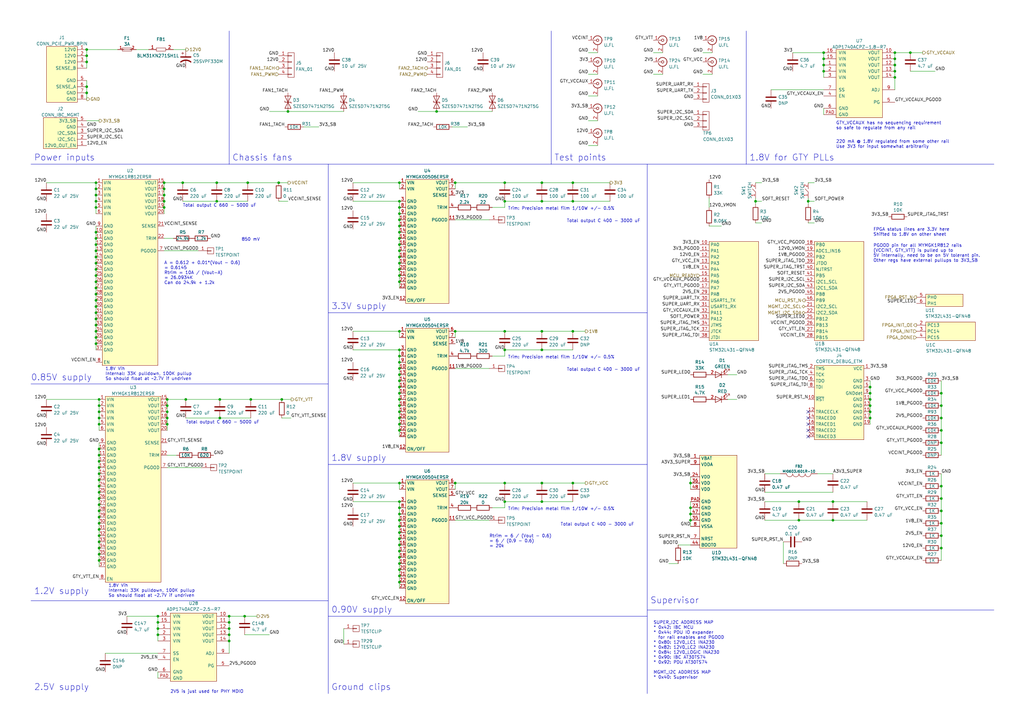
<source format=kicad_sch>
(kicad_sch (version 20231120) (generator "eeschema") (generator_version "8.0")
  (paper "A3")
  (title_block (title "LATENTRED Ethernet Switch - Main Board") (date "2025-06-11") (rev "0.1") (company "Antikernel Labs") (comment 1 "Andrew D. Zonenberg"))
  (junction (at 35.56 20.32))
  (junction (at 74.93 74.93))
  (junction (at 163.83 213.36))
  (junction (at 373.38 21.59))
  (junction (at 163.83 156.21))
  (junction (at 356.87 161.29))
  (junction (at 222.25 143.51))
  (junction (at 234.95 82.55))
  (junction (at 39.37 135.89))
  (junction (at 76.2 163.83))
  (junction (at 39.37 80.01))
  (junction (at 39.37 85.09))
  (junction (at 327.66 205.74))
  (junction (at 40.64 224.79))
  (junction (at 40.64 191.77))
  (junction (at 234.95 74.93))
  (junction (at 331.47 82.55))
  (junction (at 39.37 130.81))
  (junction (at 102.87 163.83))
  (junction (at 163.83 87.63))
  (junction (at 163.83 102.87))
  (junction (at 39.37 133.35))
  (junction (at 356.87 171.45))
  (junction (at 234.95 135.89))
  (junction (at 386.08 224.79))
  (junction (at 39.37 128.27))
  (junction (at 35.56 38.1))
  (junction (at 40.64 209.55))
  (junction (at 40.64 207.01))
  (junction (at 163.83 231.14))
  (junction (at 163.83 218.44))
  (junction (at 35.56 25.4))
  (junction (at 222.25 74.93))
  (junction (at 386.08 219.71))
  (junction (at 39.37 138.43))
  (junction (at 163.83 236.22))
  (junction (at 40.64 166.37))
  (junction (at 356.87 158.75))
  (junction (at 40.64 229.87))
  (junction (at 186.69 135.89))
  (junction (at 207.01 198.12))
  (junction (at 337.82 21.59))
  (junction (at 100.33 252.73))
  (junction (at 163.83 168.91))
  (junction (at 40.64 163.83))
  (junction (at 163.83 100.33))
  (junction (at 163.83 223.52))
  (junction (at 64.77 257.81))
  (junction (at 67.31 80.01))
  (junction (at 163.83 115.57))
  (junction (at 93.98 255.27))
  (junction (at 39.37 107.95))
  (junction (at 163.83 233.68))
  (junction (at 356.87 163.83))
  (junction (at 40.64 189.23))
  (junction (at 67.31 85.09))
  (junction (at 163.83 97.79))
  (junction (at 222.25 135.89))
  (junction (at 101.6 74.93))
  (junction (at 367.03 21.59))
  (junction (at 39.37 105.41))
  (junction (at 283.21 213.36))
  (junction (at 40.64 214.63))
  (junction (at 207.01 205.74))
  (junction (at 163.83 215.9))
  (junction (at 68.58 171.45))
  (junction (at 283.21 210.82))
  (junction (at 40.64 217.17))
  (junction (at 386.08 171.45))
  (junction (at 337.82 26.67))
  (junction (at 283.21 208.28))
  (junction (at 90.17 171.45))
  (junction (at 39.37 113.03))
  (junction (at 68.58 168.91))
  (junction (at 68.58 163.83))
  (junction (at 207.01 143.51))
  (junction (at 39.37 125.73))
  (junction (at 39.37 95.25))
  (junction (at 341.63 213.36))
  (junction (at 35.56 22.86))
  (junction (at 163.83 135.89))
  (junction (at 163.83 226.06))
  (junction (at 386.08 214.63))
  (junction (at 367.03 24.13))
  (junction (at 163.83 161.29))
  (junction (at 35.56 35.56))
  (junction (at 386.08 166.37))
  (junction (at 309.88 82.55))
  (junction (at 327.66 213.36))
  (junction (at 39.37 97.79))
  (junction (at 40.64 204.47))
  (junction (at 40.64 171.45))
  (junction (at 163.83 173.99))
  (junction (at 356.87 166.37))
  (junction (at 186.69 74.93))
  (junction (at 115.57 163.83))
  (junction (at 163.83 82.55))
  (junction (at 163.83 151.13))
  (junction (at 93.98 257.81))
  (junction (at 88.9 82.55))
  (junction (at 39.37 82.55))
  (junction (at 179.07 45.72))
  (junction (at 67.31 77.47))
  (junction (at 40.64 201.93))
  (junction (at 356.87 168.91))
  (junction (at 367.03 26.67))
  (junction (at 163.83 107.95))
  (junction (at 163.83 105.41))
  (junction (at 39.37 74.93))
  (junction (at 163.83 238.76))
  (junction (at 163.83 171.45))
  (junction (at 163.83 95.25))
  (junction (at 114.3 74.93))
  (junction (at 163.83 198.12))
  (junction (at 163.83 176.53))
  (junction (at 163.83 146.05))
  (junction (at 163.83 113.03))
  (junction (at 40.64 222.25))
  (junction (at 163.83 228.6))
  (junction (at 68.58 166.37))
  (junction (at 163.83 220.98))
  (junction (at 337.82 24.13))
  (junction (at 341.63 205.74))
  (junction (at 337.82 29.21))
  (junction (at 40.64 219.71))
  (junction (at 163.83 210.82))
  (junction (at 386.08 181.61))
  (junction (at 163.83 166.37))
  (junction (at 39.37 100.33))
  (junction (at 39.37 123.19))
  (junction (at 40.64 199.39))
  (junction (at 207.01 82.55))
  (junction (at 386.08 199.39))
  (junction (at 222.25 82.55))
  (junction (at 93.98 262.89))
  (junction (at 39.37 115.57))
  (junction (at 40.64 196.85))
  (junction (at 367.03 29.21))
  (junction (at 386.08 204.47))
  (junction (at 40.64 186.69))
  (junction (at 64.77 252.73))
  (junction (at 39.37 77.47))
  (junction (at 40.64 168.91))
  (junction (at 163.83 158.75))
  (junction (at 39.37 118.11))
  (junction (at 207.01 135.89))
  (junction (at 207.01 74.93))
  (junction (at 163.83 148.59))
  (junction (at 163.83 143.51))
  (junction (at 40.64 173.99))
  (junction (at 64.77 255.27))
  (junction (at 163.83 90.17))
  (junction (at 222.25 205.74))
  (junction (at 234.95 198.12))
  (junction (at 163.83 85.09))
  (junction (at 40.64 227.33))
  (junction (at 39.37 110.49))
  (junction (at 163.83 163.83))
  (junction (at 163.83 153.67))
  (junction (at 39.37 140.97))
  (junction (at 39.37 120.65))
  (junction (at 222.25 198.12))
  (junction (at 118.11 45.72))
  (junction (at 93.98 252.73))
  (junction (at 163.83 74.93))
  (junction (at 88.9 74.93))
  (junction (at 64.77 260.35))
  (junction (at 40.64 184.15))
  (junction (at 386.08 161.29))
  (junction (at 367.03 31.75))
  (junction (at 40.64 212.09))
  (junction (at 67.31 82.55))
  (junction (at 386.08 176.53))
  (junction (at 93.98 260.35))
  (junction (at 90.17 163.83))
  (junction (at 163.83 208.28))
  (junction (at 163.83 110.49))
  (junction (at 163.83 92.71))
  (junction (at 283.21 198.12))
  (junction (at 186.69 198.12))
  (junction (at 68.58 173.99))
  (junction (at 163.83 205.74))
  (junction (at 40.64 194.31))
  (junction (at 39.37 102.87))
  (junction (at 386.08 209.55))
  (junction (at 67.31 74.93))
  (no_connect (at 331.47 173.99))
  (no_connect (at 331.47 171.45))
  (no_connect (at 331.47 176.53))
  (no_connect (at 331.47 168.91))
  (no_connect (at 331.47 179.07))
  (wire (pts (xy 67.31 77.47) (xy 67.31 80.01)))
  (wire (pts (xy 386.08 224.79) (xy 386.08 229.87)))
  (wire (pts (xy 71.12 20.32) (xy 76.2 20.32)))
  (wire (pts (xy 337.82 24.13) (xy 337.82 26.67)))
  (wire (pts (xy 40.64 189.23) (xy 40.64 191.77)))
  (wire (pts (xy 35.56 38.1) (xy 35.56 40.64)))
  (wire (pts (xy 144.78 74.93) (xy 163.83 74.93)))
  (wire (pts (xy 40.64 224.79) (xy 40.64 227.33)))
  (wire (pts (xy 39.37 140.97) (xy 39.37 143.51)))
  (wire (pts (xy 163.83 168.91) (xy 163.83 171.45)))
  (wire (pts (xy 241.3 49.53) (xy 245.11 49.53)))
  (polyline (pts (xy 306.07 67.31) (xy 407.67 67.31)))
  (wire (pts (xy 298.45 153.67) (xy 302.26 153.67)))
  (wire (pts (xy 163.83 148.59) (xy 163.83 151.13)))
  (wire (pts (xy 68.58 168.91) (xy 68.58 171.45)))
  (wire (pts (xy 74.93 74.93) (xy 88.9 74.93)))
  (wire (pts (xy 39.37 120.65) (xy 39.37 123.19)))
  (wire (pts (xy 163.83 102.87) (xy 163.83 105.41)))
  (wire (pts (xy 309.88 82.55) (xy 309.88 83.82)))
  (wire (pts (xy 67.31 97.79) (xy 71.12 97.79)))
  (wire (pts (xy 386.08 214.63) (xy 386.08 219.71)))
  (wire (pts (xy 313.69 205.74) (xy 327.66 205.74)))
  (wire (pts (xy 207.01 82.55) (xy 222.25 82.55)))
  (wire (pts (xy 222.25 74.93) (xy 234.95 74.93)))
  (wire (pts (xy 64.77 275.59) (xy 64.77 278.13)))
  (polyline (pts (xy 134.62 128.27) (xy 265.43 128.27)))
  (wire (pts (xy 386.08 199.39) (xy 386.08 204.47)))
  (wire (pts (xy 114.3 74.93) (xy 118.11 74.93)))
  (wire (pts (xy 163.83 115.57) (xy 163.83 118.11)))
  (wire (pts (xy 39.37 97.79) (xy 39.37 100.33)))
  (wire (pts (xy 185.42 52.07) (xy 191.77 52.07)))
  (wire (pts (xy 68.58 166.37) (xy 68.58 168.91)))
  (wire (pts (xy 267.97 21.59) (xy 271.78 21.59)))
  (wire (pts (xy 163.83 231.14) (xy 163.83 233.68)))
  (polyline (pts (xy 226.06 12.7) (xy 226.06 67.31)))
  (wire (pts (xy 90.17 163.83) (xy 102.87 163.83)))
  (wire (pts (xy 35.56 49.53) (xy 40.64 49.53)))
  (wire (pts (xy 163.83 176.53) (xy 163.83 179.07)))
  (wire (pts (xy 327.66 213.36) (xy 341.63 213.36)))
  (wire (pts (xy 40.64 184.15) (xy 40.64 186.69)))
  (wire (pts (xy 19.05 74.93) (xy 39.37 74.93)))
  (wire (pts (xy 144.78 205.74) (xy 163.83 205.74)))
  (wire (pts (xy 68.58 186.69) (xy 72.39 186.69)))
  (wire (pts (xy 68.58 163.83) (xy 68.58 166.37)))
  (wire (pts (xy 288.29 30.48) (xy 292.1 30.48)))
  (wire (pts (xy 356.87 161.29) (xy 356.87 163.83)))
  (wire (pts (xy 163.83 223.52) (xy 163.83 226.06)))
  (wire (pts (xy 283.21 205.74) (xy 283.21 208.28)))
  (wire (pts (xy 115.57 171.45) (xy 119.38 171.45)))
  (wire (pts (xy 40.64 186.69) (xy 40.64 189.23)))
  (wire (pts (xy 386.08 194.31) (xy 386.08 199.39)))
  (wire (pts (xy 207.01 146.05) (xy 207.01 143.51)))
  (wire (pts (xy 163.83 95.25) (xy 163.83 97.79)))
  (wire (pts (xy 163.83 151.13) (xy 163.83 153.67)))
  (polyline (pts (xy 12.7 67.31) (xy 93.98 67.31)))
  (wire (pts (xy 241.3 30.48) (xy 245.11 30.48)))
  (wire (pts (xy 290.83 81.28) (xy 290.83 85.09)))
  (wire (pts (xy 118.11 45.72) (xy 140.97 45.72)))
  (wire (pts (xy 222.25 82.55) (xy 234.95 82.55)))
  (wire (pts (xy 309.88 74.93) (xy 312.42 74.93)))
  (wire (pts (xy 115.57 163.83) (xy 119.38 163.83)))
  (wire (pts (xy 40.64 207.01) (xy 40.64 209.55)))
  (wire (pts (xy 39.37 102.87) (xy 39.37 105.41)))
  (wire (pts (xy 35.56 33.02) (xy 35.56 35.56)))
  (wire (pts (xy 35.56 20.32) (xy 35.56 22.86)))
  (wire (pts (xy 241.3 39.37) (xy 245.11 39.37)))
  (wire (pts (xy 40.64 168.91) (xy 40.64 171.45)))
  (wire (pts (xy 163.83 158.75) (xy 163.83 161.29)))
  (wire (pts (xy 207.01 198.12) (xy 222.25 198.12)))
  (wire (pts (xy 222.25 143.51) (xy 234.95 143.51)))
  (wire (pts (xy 163.83 146.05) (xy 163.83 148.59)))
  (wire (pts (xy 163.83 205.74) (xy 163.83 208.28)))
  (wire (pts (xy 39.37 138.43) (xy 39.37 140.97)))
  (wire (pts (xy 39.37 123.19) (xy 39.37 125.73)))
  (wire (pts (xy 39.37 80.01) (xy 39.37 82.55)))
  (wire (pts (xy 207.01 208.28) (xy 207.01 205.74)))
  (wire (pts (xy 144.78 82.55) (xy 163.83 82.55)))
  (wire (pts (xy 68.58 163.83) (xy 76.2 163.83)))
  (wire (pts (xy 39.37 74.93) (xy 39.37 77.47)))
  (wire (pts (xy 40.64 194.31) (xy 40.64 196.85)))
  (wire (pts (xy 335.28 194.31) (xy 341.63 194.31)))
  (wire (pts (xy 207.01 205.74) (xy 222.25 205.74)))
  (wire (pts (xy 163.83 107.95) (xy 163.83 110.49)))
  (wire (pts (xy 367.03 21.59) (xy 367.03 24.13)))
  (wire (pts (xy 367.03 31.75) (xy 367.03 36.83)))
  (wire (pts (xy 114.3 82.55) (xy 118.11 82.55)))
  (wire (pts (xy 373.38 21.59) (xy 378.46 21.59)))
  (wire (pts (xy 298.45 163.83) (xy 302.26 163.83)))
  (wire (pts (xy 283.21 198.12) (xy 283.21 200.66)))
  (wire (pts (xy 207.01 74.93) (xy 222.25 74.93)))
  (wire (pts (xy 40.64 199.39) (xy 40.64 201.93)))
  (wire (pts (xy 163.83 171.45) (xy 163.83 173.99)))
  (wire (pts (xy 163.83 113.03) (xy 163.83 115.57)))
  (wire (pts (xy 222.25 198.12) (xy 234.95 198.12)))
  (polyline (pts (xy 93.98 12.7) (xy 93.98 67.31)))
  (polyline (pts (xy 265.43 67.31) (xy 265.43 284.48)))
  (wire (pts (xy 39.37 105.41) (xy 39.37 107.95)))
  (wire (pts (xy 40.64 166.37) (xy 40.64 168.91)))
  (wire (pts (xy 40.64 214.63) (xy 40.64 217.17)))
  (wire (pts (xy 93.98 252.73) (xy 100.33 252.73)))
  (wire (pts (xy 356.87 171.45) (xy 356.87 173.99)))
  (wire (pts (xy 64.77 252.73) (xy 64.77 255.27)))
  (wire (pts (xy 40.64 163.83) (xy 40.64 166.37)))
  (wire (pts (xy 163.83 208.28) (xy 163.83 210.82)))
  (wire (pts (xy 40.64 173.99) (xy 40.64 176.53)))
  (wire (pts (xy 186.69 138.43) (xy 186.69 135.89)))
  (wire (pts (xy 274.32 231.14) (xy 278.13 231.14)))
  (wire (pts (xy 163.83 90.17) (xy 163.83 92.71)))
  (wire (pts (xy 234.95 74.93) (xy 250.19 74.93)))
  (wire (pts (xy 163.83 210.82) (xy 163.83 213.36)))
  (wire (pts (xy 40.64 171.45) (xy 40.64 173.99)))
  (wire (pts (xy 337.82 26.67) (xy 337.82 29.21)))
  (wire (pts (xy 267.97 30.48) (xy 271.78 30.48)))
  (wire (pts (xy 163.83 97.79) (xy 163.83 100.33)))
  (wire (pts (xy 40.64 209.55) (xy 40.64 212.09)))
  (wire (pts (xy 367.03 26.67) (xy 367.03 29.21)))
  (wire (pts (xy 163.83 173.99) (xy 163.83 176.53)))
  (wire (pts (xy 207.01 85.09) (xy 207.01 82.55)))
  (wire (pts (xy 40.64 219.71) (xy 40.64 222.25)))
  (wire (pts (xy 88.9 74.93) (xy 101.6 74.93)))
  (polyline (pts (xy 134.62 67.31) (xy 134.62 284.48)))
  (wire (pts (xy 39.37 133.35) (xy 39.37 135.89)))
  (wire (pts (xy 283.21 208.28) (xy 283.21 210.82)))
  (wire (pts (xy 163.83 218.44) (xy 163.83 220.98)))
  (wire (pts (xy 309.88 81.28) (xy 309.88 82.55)))
  (wire (pts (xy 40.64 201.93) (xy 40.64 204.47)))
  (wire (pts (xy 234.95 198.12) (xy 240.03 198.12)))
  (wire (pts (xy 163.83 110.49) (xy 163.83 113.03)))
  (wire (pts (xy 356.87 158.75) (xy 356.87 161.29)))
  (wire (pts (xy 40.64 196.85) (xy 40.64 199.39)))
  (wire (pts (xy 283.21 213.36) (xy 283.21 215.9)))
  (wire (pts (xy 163.83 166.37) (xy 163.83 168.91)))
  (wire (pts (xy 373.38 29.21) (xy 383.54 29.21)))
  (wire (pts (xy 331.47 81.28) (xy 331.47 82.55)))
  (wire (pts (xy 386.08 161.29) (xy 386.08 166.37)))
  (wire (pts (xy 163.83 163.83) (xy 163.83 166.37)))
  (wire (pts (xy 93.98 252.73) (xy 93.98 255.27)))
  (wire (pts (xy 186.69 151.13) (xy 200.66 151.13)))
  (wire (pts (xy 48.26 20.32) (xy 35.56 20.32)))
  (wire (pts (xy 64.77 260.35) (xy 64.77 262.89)))
  (polyline (pts (xy 134.62 190.5) (xy 265.43 190.5)))
  (wire (pts (xy 186.69 213.36) (xy 200.66 213.36)))
  (polyline (pts (xy 134.62 252.73) (xy 265.43 252.73)))
  (wire (pts (xy 186.69 200.66) (xy 186.69 198.12)))
  (wire (pts (xy 64.77 257.81) (xy 64.77 260.35)))
  (wire (pts (xy 337.82 29.21) (xy 337.82 31.75)))
  (wire (pts (xy 163.83 228.6) (xy 163.83 231.14)))
  (polyline (pts (xy 226.06 67.31) (xy 306.07 67.31)))
  (wire (pts (xy 331.47 82.55) (xy 334.01 82.55)))
  (wire (pts (xy 313.69 213.36) (xy 327.66 213.36)))
  (wire (pts (xy 40.64 204.47) (xy 40.64 207.01)))
  (wire (pts (xy 40.64 212.09) (xy 40.64 214.63)))
  (wire (pts (xy 386.08 166.37) (xy 386.08 171.45)))
  (wire (pts (xy 283.21 210.82) (xy 283.21 213.36)))
  (wire (pts (xy 341.63 213.36) (xy 355.6 213.36)))
  (wire (pts (xy 163.83 100.33) (xy 163.83 102.87)))
  (wire (pts (xy 313.69 194.31) (xy 320.04 194.31)))
  (wire (pts (xy 171.45 45.72) (xy 179.07 45.72)))
  (wire (pts (xy 163.83 220.98) (xy 163.83 223.52)))
  (wire (pts (xy 331.47 91.44) (xy 334.01 91.44)))
  (wire (pts (xy 163.83 233.68) (xy 163.83 236.22)))
  (wire (pts (xy 110.49 45.72) (xy 118.11 45.72)))
  (wire (pts (xy 35.56 25.4) (xy 35.56 27.94)))
  (wire (pts (xy 67.31 85.09) (xy 67.31 87.63)))
  (wire (pts (xy 67.31 82.55) (xy 67.31 85.09)))
  (wire (pts (xy 163.83 238.76) (xy 163.83 241.3)))
  (wire (pts (xy 186.69 198.12) (xy 207.01 198.12)))
  (wire (pts (xy 163.83 156.21) (xy 163.83 158.75)))
  (wire (pts (xy 163.83 74.93) (xy 163.83 77.47)))
  (wire (pts (xy 39.37 130.81) (xy 39.37 133.35)))
  (wire (pts (xy 39.37 110.49) (xy 39.37 113.03)))
  (wire (pts (xy 43.18 267.97) (xy 64.77 267.97)))
  (wire (pts (xy 93.98 257.81) (xy 93.98 260.35)))
  (wire (pts (xy 68.58 171.45) (xy 68.58 173.99)))
  (wire (pts (xy 39.37 100.33) (xy 39.37 102.87)))
  (wire (pts (xy 76.2 163.83) (xy 90.17 163.83)))
  (wire (pts (xy 222.25 135.89) (xy 234.95 135.89)))
  (wire (pts (xy 309.88 91.44) (xy 312.42 91.44)))
  (wire (pts (xy 386.08 176.53) (xy 386.08 181.61)))
  (wire (pts (xy 100.33 252.73) (xy 105.41 252.73)))
  (wire (pts (xy 40.64 181.61) (xy 40.64 184.15)))
  (wire (pts (xy 163.83 153.67) (xy 163.83 156.21)))
  (wire (pts (xy 290.83 92.71) (xy 295.91 92.71)))
  (wire (pts (xy 140.97 257.81) (xy 140.97 264.16)))
  (wire (pts (xy 288.29 21.59) (xy 292.1 21.59)))
  (wire (pts (xy 163.83 85.09) (xy 163.83 87.63)))
  (wire (pts (xy 163.83 135.89) (xy 163.83 138.43)))
  (wire (pts (xy 327.66 205.74) (xy 341.63 205.74)))
  (wire (pts (xy 386.08 181.61) (xy 386.08 186.69)))
  (wire (pts (xy 39.37 113.03) (xy 39.37 115.57)))
  (wire (pts (xy 144.78 198.12) (xy 163.83 198.12)))
  (wire (pts (xy 40.64 217.17) (xy 40.64 219.71)))
  (wire (pts (xy 100.33 260.35) (xy 110.49 260.35)))
  (wire (pts (xy 124.46 52.07) (xy 130.81 52.07)))
  (wire (pts (xy 163.83 215.9) (xy 163.83 218.44)))
  (wire (pts (xy 321.31 222.25) (xy 321.31 231.14)))
  (wire (pts (xy 67.31 102.87) (xy 81.28 102.87)))
  (wire (pts (xy 90.17 171.45) (xy 102.87 171.45)))
  (polyline (pts (xy 12.7 246.38) (xy 134.62 246.38)))
  (wire (pts (xy 207.01 143.51) (xy 222.25 143.51)))
  (wire (pts (xy 356.87 156.21) (xy 356.87 158.75)))
  (wire (pts (xy 39.37 77.47) (xy 39.37 80.01)))
  (wire (pts (xy 68.58 173.99) (xy 68.58 176.53)))
  (wire (pts (xy 386.08 156.21) (xy 386.08 161.29)))
  (wire (pts (xy 341.63 205.74) (xy 355.6 205.74)))
  (wire (pts (xy 386.08 209.55) (xy 386.08 214.63)))
  (wire (pts (xy 74.93 82.55) (xy 88.9 82.55)))
  (wire (pts (xy 201.93 146.05) (xy 207.01 146.05)))
  (polyline (pts (xy 306.07 12.7) (xy 306.07 67.31)))
  (wire (pts (xy 331.47 74.93) (xy 334.01 74.93)))
  (wire (pts (xy 386.08 171.45) (xy 386.08 176.53)))
  (wire (pts (xy 101.6 74.93) (xy 114.3 74.93)))
  (wire (pts (xy 163.83 226.06) (xy 163.83 228.6)))
  (wire (pts (xy 278.13 223.52) (xy 283.21 223.52)))
  (wire (pts (xy 163.83 236.22) (xy 163.83 238.76)))
  (wire (pts (xy 35.56 35.56) (xy 35.56 38.1)))
  (wire (pts (xy 93.98 255.27) (xy 93.98 257.81)))
  (wire (pts (xy 40.64 227.33) (xy 40.64 229.87)))
  (wire (pts (xy 325.12 21.59) (xy 337.82 21.59)))
  (wire (pts (xy 309.88 82.55) (xy 312.42 82.55)))
  (wire (pts (xy 68.58 191.77) (xy 82.55 191.77)))
  (wire (pts (xy 93.98 262.89) (xy 93.98 267.97)))
  (wire (pts (xy 35.56 22.86) (xy 35.56 25.4)))
  (wire (pts (xy 337.82 21.59) (xy 337.82 24.13)))
  (wire (pts (xy 163.83 82.55) (xy 163.83 85.09)))
  (wire (pts (xy 222.25 205.74) (xy 234.95 205.74)))
  (wire (pts (xy 163.83 143.51) (xy 163.83 146.05)))
  (wire (pts (xy 67.31 74.93) (xy 74.93 74.93)))
  (wire (pts (xy 76.2 171.45) (xy 90.17 171.45)))
  (wire (pts (xy 356.87 168.91) (xy 356.87 171.45)))
  (wire (pts (xy 367.03 29.21) (xy 367.03 31.75)))
  (wire (pts (xy 93.98 260.35) (xy 93.98 262.89)))
  (wire (pts (xy 39.37 125.73) (xy 39.37 128.27)))
  (wire (pts (xy 39.37 95.25) (xy 39.37 97.79)))
  (wire (pts (xy 356.87 163.83) (xy 356.87 166.37)))
  (wire (pts (xy 163.83 92.71) (xy 163.83 95.25)))
  (wire (pts (xy 313.69 201.93) (xy 341.63 201.93)))
  (wire (pts (xy 144.78 135.89) (xy 163.83 135.89)))
  (wire (pts (xy 67.31 80.01) (xy 67.31 82.55)))
  (wire (pts (xy 39.37 128.27) (xy 39.37 130.81)))
  (wire (pts (xy 163.83 87.63) (xy 163.83 90.17)))
  (wire (pts (xy 207.01 135.89) (xy 222.25 135.89)))
  (wire (pts (xy 201.93 85.09) (xy 207.01 85.09)))
  (wire (pts (xy 102.87 163.83) (xy 115.57 163.83)))
  (wire (pts (xy 39.37 115.57) (xy 39.37 118.11)))
  (wire (pts (xy 234.95 135.89) (xy 240.03 135.89)))
  (wire (pts (xy 19.05 163.83) (xy 40.64 163.83)))
  (wire (pts (xy 163.83 105.41) (xy 163.83 107.95)))
  (wire (pts (xy 39.37 92.71) (xy 39.37 95.25)))
  (wire (pts (xy 163.83 213.36) (xy 163.83 215.9)))
  (wire (pts (xy 337.82 44.45) (xy 337.82 46.99)))
  (wire (pts (xy 234.95 82.55) (xy 250.19 82.55)))
  (wire (pts (xy 88.9 82.55) (xy 101.6 82.55)))
  (wire (pts (xy 40.64 229.87) (xy 40.64 232.41)))
  (wire (pts (xy 52.07 252.73) (xy 64.77 252.73)))
  (wire (pts (xy 283.21 195.58) (xy 283.21 198.12)))
  (wire (pts (xy 201.93 208.28) (xy 207.01 208.28)))
  (polyline (pts (xy 265.43 250.19) (xy 407.67 250.19)))
  (wire (pts (xy 179.07 45.72) (xy 201.93 45.72)))
  (wire (pts (xy 163.83 198.12) (xy 163.83 200.66)))
  (polyline (pts (xy 93.98 67.31) (xy 226.06 67.31)))
  (wire (pts (xy 40.64 222.25) (xy 40.64 224.79)))
  (wire (pts (xy 367.03 24.13) (xy 367.03 26.67)))
  (wire (pts (xy 356.87 166.37) (xy 356.87 168.91)))
  (wire (pts (xy 39.37 135.89) (xy 39.37 138.43)))
  (wire (pts (xy 386.08 204.47) (xy 386.08 209.55)))
  (wire (pts (xy 186.69 90.17) (xy 200.66 90.17)))
  (wire (pts (xy 39.37 82.55) (xy 39.37 85.09)))
  (wire (pts (xy 67.31 74.93) (xy 67.31 77.47)))
  (wire (pts (xy 186.69 74.93) (xy 207.01 74.93)))
  (wire (pts (xy 163.83 161.29) (xy 163.83 163.83)))
  (wire (pts (xy 316.23 36.83) (xy 337.82 36.83)))
  (wire (pts (xy 186.69 77.47) (xy 186.69 74.93)))
  (wire (pts (xy 55.88 20.32) (xy 60.96 20.32)))
  (wire (pts (xy 64.77 255.27) (xy 64.77 257.81)))
  (wire (pts (xy 40.64 191.77) (xy 40.64 194.31)))
  (wire (pts (xy 144.78 143.51) (xy 163.83 143.51)))
  (wire (pts (xy 186.69 135.89) (xy 207.01 135.89)))
  (wire (pts (xy 39.37 85.09) (xy 39.37 87.63)))
  (wire (pts (xy 39.37 118.11) (xy 39.37 120.65)))
  (wire (pts (xy 331.47 82.55) (xy 331.47 83.82)))
  (wire (pts (xy 241.3 21.59) (xy 245.11 21.59)))
  (polyline (pts (xy 12.7 157.48) (xy 134.62 157.48)))
  (wire (pts (xy 241.3 59.69) (xy 245.11 59.69)))
  (wire (pts (xy 367.03 21.59) (xy 373.38 21.59)))
  (wire (pts (xy 39.37 107.95) (xy 39.37 110.49)))
  (wire (pts (xy 386.08 219.71) (xy 386.08 224.79)))
  (text "A = 0.612 + 0.01*(Vout - 0.6)\n= 0.6145\nRtrim = 10A / (Vout-A)\n= 26.0934K\nCan do 24.9k + 1.2k" (at 67.31 116.84 0) (effects (font (size 1.27 1.27)) (justify left bottom)))
  (text "2.5V supply" (at 13.97 281.94 0) (effects (font (size 2.54 2.54)) (justify left)))
  (text "FPGA status lines are 3.3V here\nShifted to 1.8V on other sheet" (at 358.14 95.25 0) (effects (font (size 1.27 1.27)) (justify left)))
  (text "0.85V supply" (at 12.7 154.94 0) (effects (font (size 2.54 2.54)) (justify left)))
  (text "Ground clips" (at 135.89 281.94 0) (effects (font (size 2.54 2.54)) (justify left)))
  (text "Rtrim = 6 / (Vout - 0.6)\n= 6 / (0.9 - 0.6)\n= 20k" (at 200.66 224.79 0) (effects (font (size 1.27 1.27)) (justify left bottom)))
  (text "Supervisor" (at 266.7 246.38 0) (effects (font (size 2.54 2.54)) (justify left)))
  (text "Test points" (at 227.33 64.77 0) (effects (font (size 2.54 2.54)) (justify left)))
  (text "Total output C 400 - 3000 uF" (at 232.41 152.4 0) (effects (font (size 1.27 1.27)) (justify left bottom)))
  (text "220 mA @ 1.8V regulated from some other rail\nUse 3V3 for input somewhat arbitrarily" (at 342.9 60.96 0) (effects (font (size 1.27 1.27)) (justify left bottom)))
  (text "0.90V supply" (at 135.89 250.19 0) (effects (font (size 2.54 2.54)) (justify left)))
  (text "850 mV" (at 99.06 99.06 0) (effects (font (size 1.27 1.27)) (justify left bottom)))
  (text "1.8V supply" (at 135.89 187.96 0) (effects (font (size 2.54 2.54)) (justify left)))
  (text "1.8V for GTY PLLs" (at 307.34 64.77 0) (effects (font (size 2.54 2.54)) (justify left)))
  (text "1.8V Vih\nInternal: 33K pulldown, 100K pullup\nSo should float at ~2.7V if undriven" (at 44.45 245.11 0) (effects (font (size 1.27 1.27)) (justify left bottom)))
  (text "3.3V supply" (at 135.89 125.73 0) (effects (font (size 2.54 2.54)) (justify left)))
  (text "Total output C 660 - 5000 uF" (at 76.2 173.99 0) (effects (font (size 1.27 1.27)) (justify left bottom)))
  (text "Total output C 660 - 5000 uF" (at 74.93 85.09 0) (effects (font (size 1.27 1.27)) (justify left bottom)))
  (text "Power inputs" (at 13.97 64.77 0) (effects (font (size 2.54 2.54)) (justify left)))
  (text "PGOOD pin for all MYMGK1R812 rails\n(VCCINT, GTY_VTT) is pulled up to\n5V internally, need to be on 5V tolerant pin.\nOther regs have external pullups to 3V3_SB" (at 358.14 107.696 0) (effects (font (size 1.27 1.27)) (justify left bottom)))
  (text "Trim: Precision metal film 1/10W +/- 0.5%" (at 208.28 209.55 0) (effects (font (size 1.27 1.27)) (justify left bottom)))
  (text "Total output C 400 - 3000 uF" (at 232.41 91.44 0) (effects (font (size 1.27 1.27)) (justify left bottom)))
  (text "2V5 is just used for PHY MDIO" (at 69.85 284.48 0) (effects (font (size 1.27 1.27)) (justify left bottom)))
  (text "1.8V Vih\nInternal: 33K pulldown, 100K pullup\nSo should float at ~2.7V if undriven" (at 43.18 156.21 0) (effects (font (size 1.27 1.27)) (justify left bottom)))
  (text "Trim: Precision metal film 1/10W +/- 0.5%" (at 208.28 86.36 0) (effects (font (size 1.27 1.27)) (justify left bottom)))
  (text "Chassis fans" (at 95.25 64.77 0) (effects (font (size 2.54 2.54)) (justify left)))
  (text "Trim: Precision metal film 1/10W +/- 0.5%" (at 208.28 147.32 0) (effects (font (size 1.27 1.27)) (justify left bottom)))
  (text "Total output C 400 - 3000 uF" (at 229.87 215.9 0) (effects (font (size 1.27 1.27)) (justify left bottom)))
  (text "SUPER_I2C ADDRESS MAP\n* 0x42: IBC MCU\n* 0x44: PDU IO expander\n  for rail enables and PGOOD\n* 0x80: 12V0_LC1 INA230\n* 0x82: 12V0_LC2 INA230\n* 0x84: 12V0_LOGIC INA230\n* 0x90: IBC AT30TS74\n* 0x92: PDU AT30TS74\n\nMGMT_I2C ADDRESS MAP\n* 0x40: Supervisor" (at 267.97 266.7 0) (effects (font (size 1.27 1.27)) (justify left)))
  (text "GTY_VCCAUX has no sequencing requirement\nso safe to regulate from any rail" (at 342.9 53.34 0) (effects (font (size 1.27 1.27)) (justify left bottom)))
  (text "1.2V supply" (at 13.97 242.57 0) (effects (font (size 2.54 2.54)) (justify left)))
  (label "VCCINT_PGOOD" (at 378.46 186.69 180))
  (label "GTY_VCC" (at 186.69 203.2 0))
  (label "VCCINT_PGOOD" (at 67.31 102.87 0))
  (label "3V3_PGOOD" (at 378.46 156.21 180))
  (label "VCCINT_SENSE" (at 118.11 82.55 0))
  (label "GND" (at 274.32 231.14 180))
  (label "SUPER_JTAG_TMS" (at 331.47 151.13 180))
  (label "GTY_VCCAUX_EN" (at 287.02 128.27 180))
  (label "12V0" (at 19.05 74.93 180))
  (label "FAN2_TACH" (at 177.8 52.07 180))
  (label "GTY_VTT" (at 267.97 16.51 180))
  (label "SUPER_JTAG_TDO" (at 331.47 156.21 180))
  (label "SUPER_I2C_SDA" (at 330.2 118.11 180))
  (label "SUPER_JTAG_TDI" (at 331.47 158.75 180))
  (label "GND" (at 241.3 59.69 180))
  (label "SUPER_JTAG_TRST" (at 330.2 110.49 180))
  (label "1V8" (at 186.69 140.97 0))
  (label "GND" (at 110.49 45.72 180))
  (label "GND" (at 19.05 171.45 180))
  (label "SUPER_I2C_SCL" (at 284.48 49.53 180))
  (label "12V0" (at 144.78 86.36 180))
  (label "GTY_VTT_EN" (at 378.46 204.47 180))
  (label "SUPER_LED0" (at 283.21 153.67 180))
  (label "GND" (at 110.49 260.35 0))
  (label "12V0" (at 144.78 135.89 180))
  (label "GND" (at 144.78 143.51 180))
  (label "GND" (at 175.26 22.86 180))
  (label "12V0_EN" (at 287.02 105.41 180))
  (label "SUPER_I2C_SCL" (at 330.2 115.57 180))
  (label "3V3_PGOOD" (at 287.02 102.87 180))
  (label "GND" (at 312.42 91.44 0))
  (label "GND" (at 140.97 264.16 180))
  (label "GND" (at 334.01 91.44 0))
  (label "1V8_PGOOD" (at 330.2 105.41 180))
  (label "GND" (at 295.91 92.71 0))
  (label "GND" (at 171.45 45.72 180))
  (label "GND" (at 87.63 186.69 0))
  (label "SUPER_JTAG_TCK" (at 331.47 153.67 180))
  (label "VCCINT_EN" (at 39.37 148.59 180))
  (label "3V3_SB" (at 313.69 194.31 180))
  (label "VCCINT_EN" (at 330.2 138.43 180))
  (label "GTY_VCCAUX_EN" (at 337.82 39.37 180))
  (label "GND" (at 325.12 29.21 180))
  (label "GND" (at 144.78 156.21 180))
  (label "12V0" (at 19.05 163.83 180))
  (label "SUPER_RST_N" (at 331.47 163.83 180))
  (label "2V5_EN" (at 64.77 270.51 180))
  (label "12V0_EN" (at 378.46 224.79 180))
  (label "FAN1_TACH" (at 116.84 52.07 180))
  (label "GND" (at 207.01 143.51 180))
  (label "SUPER_JTAG_TDO" (at 330.2 107.95 180))
  (label "3V3_EN" (at 287.02 100.33 180))
  (label "3V3_SB" (at 334.01 74.93 0))
  (label "12V0" (at 144.78 74.93 180))
  (label "1V8_EN" (at 378.46 214.63 180))
  (label "VCCINT_SENSE" (at 67.31 92.71 0))
  (label "2V5_PGOOD" (at 93.98 273.05 0))
  (label "3V3_SB" (at 328.93 231.14 0))
  (label "12V0" (at 241.3 54.61 180))
  (label "FAN2_TACH" (at 179.07 38.1 180))
  (label "1V8_EN" (at 163.83 184.15 180))
  (label "SUPER_LED1" (at 375.92 124.46 180))
  (label "SOFT_POWER" (at 334.01 82.55 0))
  (label "GTY_VCC" (at 288.29 25.4 180))
  (label "12V0" (at 144.78 148.59 180))
  (label "GTY_VCCAUX_PGOOD" (at 287.02 115.57 180))
  (label "3V3_EN" (at 378.46 194.31 180))
  (label "GND" (at 288.29 21.59 180))
  (label "1V8_PGOOD" (at 378.46 166.37 180))
  (label "3V3" (at 241.3 25.4 180))
  (label "GND" (at 144.78 205.74 180))
  (label "GND" (at 337.82 44.45 180))
  (label "3V3_SB" (at 386.08 156.21 0))
  (label "GND" (at 64.77 275.59 180))
  (label "3V3_SB" (at 313.69 205.74 180))
  (label "GND" (at 74.93 82.55 180))
  (label "GND" (at 241.3 39.37 180))
  (label "GTY_VCCAUX_PGOOD" (at 378.46 176.53 180))
  (label "SUPER_JTAG_TCK" (at 287.02 135.89 180))
  (label "GTY_VCCAUX_EN" (at 378.46 229.87 180))
  (label "12V0" (at 114.3 25.4 180))
  (label "12V0" (at 290.83 73.66 0))
  (label "SOFT_RESET" (at 312.42 82.55 0))
  (label "A3V3_SUPER" (at 283.21 190.5 180))
  (label "FAN1_TACH" (at 118.11 38.1 180))
  (label "GND" (at 43.18 275.59 180))
  (label "2V5" (at 267.97 25.4 180))
  (label "SUPER_JTAG_TRST" (at 372.11 88.9 0))
  (label "GND" (at 207.01 82.55 180))
  (label "SUPER_JTAG_TMS" (at 287.02 133.35 180))
  (label "GTY_VTT_EN" (at 330.2 135.89 180))
  (label "3V3_SB" (at 191.77 52.07 0))
  (label "BOOT0" (at 278.13 223.52 180))
  (label "GND" (at 144.78 215.9 180))
  (label "12V0" (at 137.16 21.59 180))
  (label "GND" (at 144.78 93.98 180))
  (label "SUPER_UART_TX" (at 287.02 123.19 180))
  (label "1V8_PGOOD" (at 186.69 151.13 0))
  (label "3V3_SB" (at 364.49 88.9 180))
  (label "GND" (at 383.54 29.21 0))
  (label "GTY_VTT_PGOOD" (at 68.58 191.77 0))
  (label "GTY_VTT_EN" (at 40.64 237.49 180))
  (label "3V3" (at 52.07 252.73 180))
  (label "3V3_SB" (at 283.21 187.96 180))
  (label "3V3_EN" (at 163.83 123.19 180))
  (label "SUPER_LED1" (at 283.21 163.83 180))
  (label "SUPER_I2C_SDA" (at 35.56 54.61 0))
  (label "GND" (at 288.29 30.48 180))
  (label "SUPER_I2C_SCL" (at 35.56 57.15 0))
  (label "GTY_VCC_PGOOD" (at 330.2 100.33 180))
  (label "GND" (at 35.56 52.07 0))
  (label "GND" (at 313.69 201.93 180))
  (label "SUPER_UART_TX" (at 284.48 38.1 180))
  (label "3V3_SB" (at 130.81 52.07 0))
  (label "3V3_SB" (at 356.87 151.13 0))
  (label "A3V3_SUPER" (at 341.63 194.31 0))
  (label "SUPER_RST_N" (at 283.21 220.98 180))
  (label "12V0_VMON" (at 330.2 102.87 180))
  (label "GND" (at 241.3 21.59 180))
  (label "GND" (at 198.12 29.21 180))
  (label "GND" (at 86.36 97.79 0))
  (label "GND" (at 207.01 205.74 180))
  (label "GTY_VCCAUX" (at 241.3 34.29 180))
  (label "3V3" (at 325.12 21.59 180))
  (label "SUPER_I2C_SDA" (at 284.48 46.99 180))
  (label "GND" (at 302.26 163.83 0))
  (label "SOFT_POWER" (at 287.02 130.81 180))
  (label "GND" (at 52.07 260.35 180))
  (label "3V3_PGOOD" (at 186.69 90.17 0))
  (label "GND" (at 267.97 21.59 180))
  (label "GTY_VCC_EN" (at 378.46 209.55 180))
  (label "GND" (at 19.05 182.88 180))
  (label "GND" (at 144.78 82.55 180))
  (label "GND" (at 267.97 30.48 180))
  (label "GND" (at 241.3 49.53 180))
  (label "3V3_SB" (at 283.21 195.58 180))
  (label "12V0" (at 175.26 25.4 180))
  (label "GTY_VCC_PGOOD" (at 186.69 213.36 0))
  (label "GND" (at 316.23 44.45 180))
  (label "GND" (at 76.2 27.94 180))
  (label "12V0" (at 19.05 175.26 180))
  (label "GTY_VTT_PGOOD" (at 378.46 181.61 180))
  (label "12V0" (at 144.78 198.12 180))
  (label "2V5_PGOOD" (at 378.46 171.45 180))
  (label "GND" (at 76.2 171.45 180))
  (label "SUPER_UART_RX" (at 287.02 125.73 180))
  (label "1V8_EN" (at 287.02 110.49 180))
  (label "GTY_VTT_PGOOD" (at 287.02 118.11 180))
  (label "12V0_EN" (at 35.56 59.69 0))
  (label "1V8" (at 288.29 16.51 180))
  (label "SUPER_LED0" (at 330.2 130.81 180))
  (label "12V0" (at 198.12 21.59 180))
  (label "12V0_VMON" (at 290.83 85.09 0))
  (label "12V0" (at 144.78 208.28 180))
  (label "GND" (at 114.3 22.86 180))
  (label "GND" (at 241.3 30.48 180))
  (label "VCCINT_EN" (at 378.46 199.39 180))
  (label "GND" (at 39.37 92.71 180))
  (label "3V3_SB" (at 312.42 74.93 0))
  (label "GND" (at 386.08 194.31 0))
  (label "2V5_EN" (at 287.02 120.65 180))
  (label "GND" (at 283.21 215.9 180))
  (label "12V0" (at 19.05 87.63 180))
  (label "GTY_VCC_PGOOD" (at 378.46 161.29 180))
  (label "VCCINT" (at 241.3 16.51 180))
  (label "GTY_VTT_SENSE" (at 119.38 171.45 0))
  (label "GND" (at 313.69 213.36 180))
  (label "GND" (at 328.93 222.25 0))
  (label "GTY_VTT_SENSE" (at 68.58 181.61 0))
  (label "3V3_SB" (at 241.3 44.45 180))
  (label "GND" (at 40.64 181.61 180))
  (label "FAN2_PWM" (at 201.93 38.1 180))
  (label "GND" (at 19.05 82.55 180))
  (label "SOFT_RESET" (at 330.2 113.03 180))
  (label "GND" (at 284.48 52.07 180))
  (label "SUPER_UART_RX" (at 284.48 35.56 180))
  (label "2V5_EN" (at 378.46 219.71 180))
  (label "3V3" (at 186.69 80.01 0))
  (label "GND" (at 284.48 40.64 180))
  (label "GND" (at 356.87 156.21 0))
  (label "GND" (at 19.05 95.25 180))
  (label "SUPER_JTAG_TDI" (at 287.02 138.43 180))
  (label "GTY_VCCAUX_PGOOD" (at 367.03 41.91 0))
  (label "2V5_PGOOD" (at 330.2 120.65 180))
  (label "GND" (at 302.26 153.67 0))
  (label "GND" (at 137.16 29.21 180))
  (label "GTY_VCC_EN" (at 163.83 246.38 180))
  (label "SUPER_RST_N" (at 321.31 222.25 180))
  (label "FAN1_PWM" (at 140.97 38.1 180))
  (label "GTY_VCC_EN" (at 287.02 107.95 180))
  (label "VCCINT_PGOOD" (at 330.2 133.35 180))
  (hierarchical_label "GTY_VCC" (shape output) (at 240.03 198.12 0))
  (hierarchical_label "FPGA_INIT" (shape input) (at 375.92 135.89 180))
  (hierarchical_label "MGMT_I2C_SCL" (shape bidirectional) (at 330.2 125.73 180))
  (hierarchical_label "2V5" (shape output) (at 105.41 252.73 0))
  (hierarchical_label "1V8" (shape output) (at 240.03 135.89 0))
  (hierarchical_label "3V3_SB" (shape output) (at 40.64 49.53 0))
  (hierarchical_label "GTY_VCCAUX" (shape output) (at 378.46 21.59 0))
  (hierarchical_label "FAN1_PWM" (shape input) (at 114.3 30.48 180))
  (hierarchical_label "12V0" (shape output) (at 76.2 20.32 0))
  (hierarchical_label "3V3" (shape output) (at 250.19 74.93 0))
  (hierarchical_label "FAN2_TACH" (shape output) (at 175.26 27.94 180))
  (hierarchical_label "GTY_VTT" (shape output) (at 119.38 163.83 0))
  (hierarchical_label "MGMT_I2C_SDA" (shape bidirectional) (at 330.2 128.27 180))
  (hierarchical_label "FAN2_PWM" (shape input) (at 175.26 30.48 180))
  (hierarchical_label "FPGA_DONE" (shape input) (at 375.92 138.43 180))
  (hierarchical_label "VCCINT" (shape output) (at 118.11 74.93 0))
  (hierarchical_label "MCU_RST_N" (shape output) (at 330.2 123.19 180))
  (hierarchical_label "FAN1_TACH" (shape output) (at 114.3 27.94 180))
  (hierarchical_label "FPGA_RST_N" (shape output) (at 375.92 121.92 180))
  (hierarchical_label "GND" (shape output) (at 35.56 40.64 0))
  (hierarchical_label "MCU_READY" (shape input) (at 287.02 113.03 180))
  (hierarchical_label "FPGA_INIT_OE" (shape output) (at 375.92 133.35 180))
  (symbol (lib_id "passive-azonenberg:INDUCTOR_PWROUT") (at 327.66 194.31 270) (unit 1)
    (property "Reference" "FB2" (at 327.66 191.2486 90) (effects (font (size 1.016 1.016))))
    (property "Value" "MI0603J601R-10" (at 327.66 193.329 90) (effects (font (size 1.016 1.016))))
    (property "Footprint" "azonenberg_pcb:EIA_0603_INDUCTOR_NOSILK" (effects (hide yes)))
  )
  (symbol (lib_id "device:R") (at 190.5 85.09 90) (unit 1)
    (property "Reference" "R17" (at 190.5 80.3742 90))
    (property "Value" "2.2k" (at 190.5 82.9111 90))
    (property "Footprint" "azonenberg_pcb:EIA_0402_RES_NOSILK" (effects (hide yes)))
  )
  (symbol (lib_id "device:C") (at 144.78 152.4 0) (unit 1)
    (property "Reference" "C16" (at 147.701 151.5653 0) (effects (justify left)))
    (property "Value" "22 uF 25V" (at 147.701 154.1022 0) (effects (justify left)))
    (property "Footprint" "azonenberg_pcb:EIA_1812_CAP_NOSILK" (effects (hide yes)))
  )
  (symbol (lib_id "device:C") (at 198.12 25.4 0) (unit 1)
    (property "Reference" "C39" (at 201.041 24.5653 0) (effects (justify left)))
    (property "Value" "10 uF 25V" (at 201.041 27.1022 0) (effects (justify left)))
    (property "Footprint" "azonenberg_pcb:EIA_1210_CAP_NOSILK" (effects (hide yes)))
  )
  (symbol (lib_id "device:R") (at 190.5 208.28 90) (unit 1)
    (property "Reference" "R19" (at 190.5 203.5642 90))
    (property "Value" "20k" (at 190.5 206.1011 90))
    (property "Footprint" "azonenberg_pcb:EIA_0402_RES_NOSILK" (effects (hide yes)))
  )
  (symbol (lib_id "device:R") (at 120.65 52.07 90) (unit 1)
    (property "Reference" "R31" (at 125.73 50.8 90))
    (property "Value" "10K" (at 120.65 52.07 90))
    (property "Footprint" "azonenberg_pcb:EIA_0402_RES_NOSILK" (effects (hide yes)))
  )
  (symbol (lib_id "device:C") (at 325.12 25.4 0) (unit 1)
    (property "Reference" "C36" (at 328.041 24.5653 0) (effects (justify left)))
    (property "Value" "4.7 uF" (at 328.041 27.1022 0) (effects (justify left)))
    (property "Footprint" "azonenberg_pcb:EIA_0603_CAP_NOSILK" (effects (hide yes)))
  )
  (symbol (lib_id "conn:CONN_01X03") (at 289.56 38.1 0) (unit 1)
    (property "Reference" "J3" (at 291.465 37.2653 0) (effects (justify left)))
    (property "Value" "CONN_01X03" (at 291.465 39.8022 0) (effects (justify left)))
    (property "Footprint" "azonenberg_pcb:CONN_HEADER_2.54MM_1x3_REFLOW" (effects (hide yes)))
  )
  (symbol (lib_id "device:C") (at 144.78 90.17 0) (unit 1)
    (property "Reference" "C15" (at 147.701 89.3353 0) (effects (justify left)))
    (property "Value" "22 uF 25V" (at 147.701 91.8722 0) (effects (justify left)))
    (property "Footprint" "azonenberg_pcb:EIA_1812_CAP_NOSILK" (effects (hide yes)))
  )
  (symbol (lib_id "device:C") (at 250.19 78.74 0) (unit 1)
    (property "Reference" "C34" (at 253.111 77.9053 0) (effects (justify left)))
    (property "Value" "100 uF" (at 253.111 80.4422 0) (effects (justify left)))
    (property "Footprint" "azonenberg_pcb:EIA_1210_CAP_NOSILK" (effects (hide yes)))
  )
  (symbol (lib_id "conn:CONN_COAXIAL") (at 292.1 16.51 0) (unit 1)
    (property "Reference" "TP15" (at 294.6401 15.9685 0) (effects (justify left)))
    (property "Value" "U.FL" (at 294.6401 18.5054 0) (effects (justify left)))
    (property "Footprint" "azonenberg_pcb:CONN_U.FL_TE_1909763-1" (effects (hide yes)))
  )
  (symbol (lib_id "conn:CONN_01X01") (at 205.74 90.17 0) (unit 1)
    (property "Reference" "TP3" (at 207.645 89.3353 0) (effects (justify left)))
    (property "Value" "TESTPOINT" (at 207.645 91.8722 0) (effects (justify left)))
    (property "Footprint" "azonenberg_pcb:TESTPOINT_SMT_0.5MM" (effects (hide yes)))
  )
  (symbol (lib_id "power-azonenberg:MYMGK1R812ERSR") (at 43.18 238.76 0) (unit 1)
    (property "Reference" "U3" (at 54.61 158.911 0))
    (property "Value" "MYMGK1R812ERSR" (at 54.61 161.4479 0))
    (property "Footprint" "azonenberg_pcb:MODULE_MURATA_MYMGK1R812" (effects (hide yes)))
  )
  (symbol (lib_id "device:R") (at 287.02 153.67 270) (unit 1)
    (property "Reference" "R14" (at 287.02 148.5095 90))
    (property "Value" "33K" (at 287.02 150.9338 90))
    (property "Footprint" "azonenberg_pcb:EIA_0402_RES_NOSILK" (effects (hide yes)))
  )
  (symbol (lib_id "device:D_TVS") (at 201.93 41.91 90) (unit 1)
    (property "Reference" "D6" (at 203.9366 41.0753 90) (effects (justify right)))
    (property "Value" "SZESD7471N2T5G" (at 203.9366 43.6122 90) (effects (justify right)))
    (property "Footprint" "azonenberg_pcb:SOD882" (effects (hide yes)))
    (property "Datasheet" "https://en.wikipedia.org/wiki/Transient-voltage-suppression_diode" (effects (hide yes)))
  )
  (symbol (lib_id "device:C") (at 19.05 91.44 0) (unit 1)
    (property "Reference" "C3" (at 21.971 90.6053 0) (effects (justify left)))
    (property "Value" "22 uF 25V" (at 21.971 93.1422 0) (effects (justify left)))
    (property "Footprint" "azonenberg_pcb:EIA_1812_CAP_NOSILK" (effects (hide yes)))
  )
  (symbol (lib_id "device:R") (at 76.2 186.69 90) (unit 1)
    (property "Reference" "R6" (at 76.2 184.15 90))
    (property "Value" "10K" (at 76.2 186.69 90))
    (property "Footprint" "azonenberg_pcb:EIA_0402_RES_NOSILK" (effects (hide yes)))
  )
  (symbol (lib_id "conn:CONN_01X01") (at 146.05 264.16 0) (unit 1)
    (property "Reference" "TP29" (at 147.955 262.9478 0) (effects (justify left)))
    (property "Value" "TESTCLIP" (at 147.955 265.3721 0) (effects (justify left)))
    (property "Footprint" "azonenberg_pcb:TESTPOINT_SMT_KEYSTONE_5016" (effects (hide yes)))
    (property "Description" "Connector, single row, 01x01, pin header" (effects (hide yes)))
  )
  (symbol (lib_id "power-azonenberg:MYMGK00504ERSR") (at 166.37 247.65 0) (unit 1)
    (property "Reference" "U6" (at 175.26 193.201 0))
    (property "Value" "MYMGK00504ERSR" (at 175.26 195.7379 0))
    (property "Footprint" "azonenberg_pcb:MODULE_MURATA_MYMGK00504ERSR" (effects (hide yes)))
  )
  (symbol (lib_id "conn:CONN_01X01") (at 87.63 191.77 0) (unit 1)
    (property "Reference" "TP2" (at 89.535 190.9353 0) (effects (justify left)))
    (property "Value" "TESTPOINT" (at 89.535 193.4722 0) (effects (justify left)))
    (property "Footprint" "azonenberg_pcb:TESTPOINT_SMT_0.5MM" (effects (hide yes)))
  )
  (symbol (lib_id "st-azonenberg:STM32L431-QFN48") (at 290.83 139.7 0) (unit 1)
    (property "Reference" "U1" (at 290.83 141.0857 0) (effects (justify left)))
    (property "Value" "STM32L431-QFN48" (at 290.83 143.51 0) (effects (justify left)))
    (property "Footprint" "azonenberg_pcb:QFN_48_0.5MM_7x7MM" (effects (hide yes)))
    (pin "34" (alternate "JTMS"))
    (pin "19" (alternate "ADC1_IN16"))
    (pin "43" (alternate "I2C1_SDA"))
    (pin "38" (alternate "JTDI"))
    (pin "21" (alternate "I2C2_SCL"))
    (pin "22" (alternate "I2C2_SDA"))
    (pin "31" (alternate "USART1_RX"))
    (pin "30" (alternate "USART1_TX"))
    (pin "40" (alternate "NJTRST"))
    (pin "42" (alternate "I2C1_SCL"))
    (pin "37" (alternate "JTCK"))
    (pin "39" (alternate "JTDO"))
  )
  (symbol (lib_id "device:R") (at 325.12 231.14 270) (unit 1)
    (property "Reference" "R16" (at 325.12 226.4242 90))
    (property "Value" "DNP" (at 325.12 228.9611 90))
    (property "Footprint" "azonenberg_pcb:EIA_0402_RES_NOSILK" (effects (hide yes)))
  )
  (symbol (lib_id "device:R") (at 114.3 78.74 180) (unit 1)
    (property "Reference" "R11" (at 116.078 77.9053 0) (effects (justify right)))
    (property "Value" "0" (at 116.078 80.4422 0) (effects (justify right)))
    (property "Footprint" "azonenberg_pcb:EIA_0402_RES_NOSILK" (effects (hide yes)))
  )
  (symbol (lib_id "device:C") (at 207.01 78.74 0) (unit 1)
    (property "Reference" "C24" (at 209.931 77.9053 0) (effects (justify left)))
    (property "Value" "100 uF" (at 209.931 80.4422 0) (effects (justify left)))
    (property "Footprint" "azonenberg_pcb:EIA_1210_CAP_NOSILK" (effects (hide yes)))
  )
  (symbol (lib_id "device:C") (at 102.87 167.64 0) (unit 1)
    (property "Reference" "C11" (at 105.791 166.8053 0) (effects (justify left)))
    (property "Value" "220 uF" (at 105.791 169.3422 0) (effects (justify left)))
    (property "Footprint" "azonenberg_pcb:EIA_1210_CAP_NOSILK" (effects (hide yes)))
  )
  (symbol (lib_id "device:R") (at 382.27 166.37 270) (unit 1)
    (property "Reference" "R34" (at 382.27 163.83 90))
    (property "Value" "10K" (at 382.27 166.37 90))
    (property "Footprint" "azonenberg_pcb:EIA_0402_RES_NOSILK" (effects (hide yes)))
  )
  (symbol (lib_id "device:C") (at 222.25 201.93 0) (unit 1)
    (property "Reference" "C30" (at 225.171 201.0953 0) (effects (justify left)))
    (property "Value" "220 uF" (at 225.171 203.6322 0) (effects (justify left)))
    (property "Footprint" "azonenberg_pcb:EIA_1210_CAP_NOSILK" (effects (hide yes)))
  )
  (symbol (lib_id "device:C") (at 316.23 40.64 0) (unit 1)
    (property "Reference" "C35" (at 319.151 39.8053 0) (effects (justify left)))
    (property "Value" "DNP" (at 319.151 42.3422 0) (effects (justify left)))
    (property "Footprint" "azonenberg_pcb:EIA_0402_CAP_NOSILK" (effects (hide yes)))
  )
  (symbol (lib_id "power-azonenberg:MYMGK00504ERSR") (at 166.37 185.42 0) (unit 1)
    (property "Reference" "U5" (at 175.26 130.971 0))
    (property "Value" "MYMGK00504ERSR" (at 175.26 133.5079 0))
    (property "Footprint" "azonenberg_pcb:MODULE_MURATA_MYMGK00504ERSR" (effects (hide yes)))
  )
  (symbol (lib_id "device:D_TVS") (at 140.97 41.91 90) (unit 1)
    (property "Reference" "D4" (at 142.9766 41.0753 90) (effects (justify right)))
    (property "Value" "SZESD7471N2T5G" (at 142.9766 43.6122 90) (effects (justify right)))
    (property "Footprint" "azonenberg_pcb:SOD882" (effects (hide yes)))
    (property "Datasheet" "https://en.wikipedia.org/wiki/Transient-voltage-suppression_diode" (effects (hide yes)))
  )
  (symbol (lib_id "device:C") (at 341.63 209.55 0) (unit 1)
    (property "Reference" "C23" (at 344.551 208.7153 0) (effects (justify left)))
    (property "Value" "0.47 uF" (at 344.551 211.2522 0) (effects (justify left)))
    (property "Footprint" "azonenberg_pcb:EIA_0402_CAP_NOSILK" (effects (hide yes)))
  )
  (symbol (lib_id "device:C") (at 144.78 201.93 0) (unit 1)
    (property "Reference" "C14" (at 147.701 201.0953 0) (effects (justify left)))
    (property "Value" "22 uF 25V" (at 147.701 203.6322 0) (effects (justify left)))
    (property "Footprint" "azonenberg_pcb:EIA_1812_CAP_NOSILK" (effects (hide yes)))
  )
  (symbol (lib_id "device:C") (at 222.25 78.74 0) (unit 1)
    (property "Reference" "C28" (at 225.171 77.9053 0) (effects (justify left)))
    (property "Value" "100 uF" (at 225.171 80.4422 0) (effects (justify left)))
    (property "Footprint" "azonenberg_pcb:EIA_1210_CAP_NOSILK" (effects (hide yes)))
  )
  (symbol (lib_id "passive-azonenberg:FERRITE_SMALL2") (at 66.04 20.32 0) (unit 1)
    (property "Reference" "FB1" (at 66.04 16.1122 0))
    (property "Value" "BLM31KN271SH1L" (at 64.77 22.86 0))
    (property "Footprint" "azonenberg_pcb:EIA_1206_CAP_NOSILK" (effects (hide yes)))
  )
  (symbol (lib_id "device:C") (at 222.25 139.7 0) (unit 1)
    (property "Reference" "C29" (at 225.171 138.8653 0) (effects (justify left)))
    (property "Value" "220 uF" (at 225.171 141.4022 0) (effects (justify left)))
    (property "Footprint" "azonenberg_pcb:EIA_1210_CAP_NOSILK" (effects (hide yes)))
  )
  (symbol (lib_id "device:C") (at 355.6 209.55 0) (unit 1)
    (property "Reference" "C27" (at 358.521 208.7153 0) (effects (justify left)))
    (property "Value" "0.47 uF" (at 358.521 211.2522 0) (effects (justify left)))
    (property "Footprint" "azonenberg_pcb:EIA_0402_CAP_NOSILK" (effects (hide yes)))
  )
  (symbol (lib_id "device:C") (at 325.12 222.25 90) (unit 1)
    (property "Reference" "C20" (at 325.12 216.3912 90))
    (property "Value" "0.1 uF" (at 325.12 218.9281 90))
    (property "Footprint" "azonenberg_pcb:EIA_0402_CAP_NOSILK" (effects (hide yes)))
  )
  (symbol (lib_id "device:C") (at 88.9 78.74 0) (unit 1)
    (property "Reference" "C8" (at 91.821 77.9053 0) (effects (justify left)))
    (property "Value" "220 uF" (at 91.821 80.4422 0) (effects (justify left)))
    (property "Footprint" "azonenberg_pcb:EIA_1210_CAP_NOSILK" (effects (hide yes)))
  )
  (symbol (lib_id "device:R") (at 278.13 227.33 0) (unit 1)
    (property "Reference" "R13" (at 279.908 226.4953 0) (effects (justify left)))
    (property "Value" "10K" (at 279.908 229.0322 0) (effects (justify left)))
    (property "Footprint" "azonenberg_pcb:EIA_0402_RES_NOSILK" (effects (hide yes)))
  )
  (symbol (lib_id "device:C") (at 101.6 78.74 0) (unit 1)
    (property "Reference" "C10" (at 104.521 77.9053 0) (effects (justify left)))
    (property "Value" "220 uF" (at 104.521 80.4422 0) (effects (justify left)))
    (property "Footprint" "azonenberg_pcb:EIA_1210_CAP_NOSILK" (effects (hide yes)))
  )
  (symbol (lib_id "special-azonenberg:CORTEX_DEBUG_ETM") (at 334.01 180.34 0) (unit 1)
    (property "Reference" "J4" (at 344.17 145.8425 0))
    (property "Value" "CORTEX_DEBUG_ETM" (at 344.17 148.2668 0))
    (property "Footprint" "azonenberg_pcb:CONN_HEADER_1.27MM_2x10_SMT_SAMTEC_FTSH-110-01-L-DV-K" (effects (hide yes)))
  )
  (symbol (lib_id "device:C") (at 313.69 198.12 0) (unit 1)
    (property "Reference" "C18" (at 316.611 197.2853 0) (effects (justify left)))
    (property "Value" "0.47 uF" (at 316.611 199.8222 0) (effects (justify left)))
    (property "Footprint" "azonenberg_pcb:EIA_0402_CAP_NOSILK" (effects (hide yes)))
  )
  (symbol (lib_id "device:C") (at 313.69 209.55 0) (unit 1)
    (property "Reference" "C19" (at 316.611 208.7153 0) (effects (justify left)))
    (property "Value" "4.7 uF" (at 316.611 211.2522 0) (effects (justify left)))
    (property "Footprint" "azonenberg_pcb:EIA_0603_CAP_NOSILK" (effects (hide yes)))
  )
  (symbol (lib_id "device:C") (at 144.78 139.7 0) (unit 1)
    (property "Reference" "C13" (at 147.701 138.8653 0) (effects (justify left)))
    (property "Value" "22 uF 25V" (at 147.701 141.4022 0) (effects (justify left)))
    (property "Footprint" "azonenberg_pcb:EIA_1812_CAP_NOSILK" (effects (hide yes)))
  )
  (symbol (lib_id "device:D_TVS") (at 179.07 41.91 90) (unit 1)
    (property "Reference" "D5" (at 181.0766 41.0753 90) (effects (justify right)))
    (property "Value" "SZESD7471N2T5G" (at 181.0766 43.6122 90) (effects (justify right)))
    (property "Footprint" "azonenberg_pcb:SOD882" (effects (hide yes)))
    (property "Datasheet" "https://en.wikipedia.org/wiki/Transient-voltage-suppression_diode" (effects (hide yes)))
  )
  (symbol (lib_id "device:R") (at 382.27 181.61 90) (unit 1)
    (property "Reference" "R28" (at 382.27 179.07 90))
    (property "Value" "DNP" (at 382.27 181.61 90))
    (property "Footprint" "azonenberg_pcb:EIA_0402_RES_NOSILK" (effects (hide yes)))
  )
  (symbol (lib_id "conn:CONN_01X01") (at 205.74 213.36 0) (unit 1)
    (property "Reference" "TP5" (at 207.645 212.5253 0) (effects (justify left)))
    (property "Value" "TESTPOINT" (at 207.645 215.0622 0) (effects (justify left)))
    (property "Footprint" "azonenberg_pcb:TESTPOINT_SMT_0.5MM" (effects (hide yes)))
  )
  (symbol (lib_id "device:R") (at 331.47 87.63 180) (unit 1)
    (property "Reference" "R4" (at 333.248 86.7953 0) (effects (justify right)))
    (property "Value" "10K" (at 333.248 89.3322 0) (effects (justify right)))
    (property "Footprint" "azonenberg_pcb:EIA_0402_RES_NOSILK" (effects (hide yes)))
  )
  (symbol (lib_id "device:C") (at 19.05 179.07 0) (unit 1)
    (property "Reference" "C4" (at 21.971 178.2353 0) (effects (justify left)))
    (property "Value" "22 uF 25V" (at 21.971 180.7722 0) (effects (justify left)))
    (property "Footprint" "azonenberg_pcb:EIA_1812_CAP_NOSILK" (effects (hide yes)))
  )
  (symbol (lib_id "st-azonenberg:STM32L431-QFN48") (at 379.73 125.73 0) (unit 5)
    (property "Reference" "U1" (at 379.476 127.254 0) (effects (justify left)))
    (property "Value" "STM32L431-QFN48" (at 379.476 129.6783 0) (effects (justify left)))
    (property "Footprint" "azonenberg_pcb:QFN_48_0.5MM_7x7MM" (effects (hide yes)))
    (pin "34" (alternate "JTMS"))
    (pin "19" (alternate "ADC1_IN16"))
    (pin "43" (alternate "I2C1_SDA"))
    (pin "38" (alternate "JTDI"))
    (pin "21" (alternate "I2C2_SCL"))
    (pin "22" (alternate "I2C2_SDA"))
    (pin "31" (alternate "USART1_RX"))
    (pin "30" (alternate "USART1_TX"))
    (pin "40" (alternate "NJTRST"))
    (pin "42" (alternate "I2C1_SCL"))
    (pin "37" (alternate "JTCK"))
    (pin "39" (alternate "JTDO"))
  )
  (symbol (lib_id "device:R") (at 287.02 163.83 270) (unit 1)
    (property "Reference" "R15" (at 287.02 158.6695 90))
    (property "Value" "4.7K" (at 287.02 161.0938 90))
    (property "Footprint" "azonenberg_pcb:EIA_0402_RES_NOSILK" (effects (hide yes)))
  )
  (symbol (lib_id "device:R") (at 198.12 146.05 270) (unit 1)
    (property "Reference" "R21" (at 198.12 141.3342 90))
    (property "Value" "300" (at 198.12 143.8711 90))
    (property "Footprint" "azonenberg_pcb:EIA_0402_RES_NOSILK" (effects (hide yes)))
  )
  (symbol (lib_id "device:R") (at 368.3 88.9 270) (unit 1)
    (property "Reference" "R10" (at 368.3 83.7395 90))
    (property "Value" "10K" (at 368.3 86.1638 90))
    (property "Footprint" "azonenberg_pcb:EIA_0402_RES_NOSILK" (effects (hide yes)))
  )
  (symbol (lib_id "conn:CONN_01X04") (at 119.38 26.67 0) (unit 1)
    (property "Reference" "J5" (at 121.285 25.8353 0) (effects (justify left)))
    (property "Value" "FAN_01" (at 121.285 28.3722 0) (effects (justify left)))
    (property "Footprint" "azonenberg_pcb:CONN_MOLEX_KK_0470531000" (effects (hide yes)))
  )
  (symbol (lib_id "st-azonenberg:STM32L431-QFN48") (at 334.01 139.7 0) (unit 2)
    (property "Reference" "U1" (at 334.264 140.97 0) (effects (justify left)))
    (property "Value" "STM32L431-QFN48" (at 334.264 143.3943 0) (effects (justify left)))
    (property "Footprint" "azonenberg_pcb:QFN_48_0.5MM_7x7MM" (effects (hide yes)))
    (pin "34" (alternate "JTMS"))
    (pin "19" (alternate "ADC1_IN16"))
    (pin "43" (alternate "I2C1_SDA"))
    (pin "38" (alternate "JTDI"))
    (pin "21" (alternate "I2C2_SCL"))
    (pin "22" (alternate "I2C2_SDA"))
    (pin "31" (alternate "USART1_RX"))
    (pin "30" (alternate "USART1_TX"))
    (pin "40" (alternate "NJTRST"))
    (pin "42" (alternate "I2C1_SCL"))
    (pin "37" (alternate "JTCK"))
    (pin "39" (alternate "JTDO"))
  )
  (symbol (lib_id "power-azonenberg:FUSE_PWROUT_2") (at 52.07 20.32 0) (unit 1)
    (property "Reference" "F1" (at 52.07 15.6675 0))
    (property "Value" "3A" (at 52.07 18.0918 0))
    (property "Footprint" "azonenberg_pcb:EIA_0603_CAP_NOSILK" (effects (hide yes)))
  )
  (symbol (lib_id "conn:CONN_COAXIAL") (at 245.11 54.61 0) (unit 1)
    (property "Reference" "TP8" (at 247.6501 54.0685 0) (effects (justify left)))
    (property "Value" "U.FL" (at 247.6501 56.6054 0) (effects (justify left)))
    (property "Footprint" "azonenberg_pcb:CONN_U.FL_TE_1909763-1" (effects (hide yes)))
  )
  (symbol (lib_id "conn:CONN_COAXIAL") (at 271.78 25.4 0) (unit 1)
    (property "Reference" "TP24" (at 274.3201 24.8585 0) (effects (justify left)))
    (property "Value" "U.FL" (at 274.3201 27.3954 0) (effects (justify left)))
    (property "Footprint" "azonenberg_pcb:CONN_U.FL_TE_1909763-1" (effects (hide yes)))
  )
  (symbol (lib_id "conn:CONN_COAXIAL") (at 245.11 44.45 0) (unit 1)
    (property "Reference" "TP12" (at 247.6501 43.9085 0) (effects (justify left)))
    (property "Value" "U.FL" (at 247.6501 46.4454 0) (effects (justify left)))
    (property "Footprint" "azonenberg_pcb:CONN_U.FL_TE_1909763-1" (effects (hide yes)))
  )
  (symbol (lib_id "device:R") (at 82.55 97.79 270) (unit 1)
    (property "Reference" "R7" (at 82.55 95.25 90))
    (property "Value" "1.2k" (at 82.55 97.79 90))
    (property "Footprint" "azonenberg_pcb:EIA_0402_RES_NOSILK" (effects (hide yes)))
  )
  (symbol (lib_id "device:R") (at 290.83 88.9 0) (unit 1)
    (property "Reference" "R2" (at 292.608 88.0653 0) (effects (justify left)))
    (property "Value" "8.06K" (at 292.608 90.6022 0) (effects (justify left)))
    (property "Footprint" "azonenberg_pcb:EIA_0402_RES_NOSILK" (effects (hide yes)))
  )
  (symbol (lib_id "st-azonenberg:STM32L431-QFN48") (at 379.73 139.7 0) (unit 3)
    (property "Reference" "U1" (at 379.73 141.478 0) (effects (justify left)))
    (property "Value" "STM32L431-QFN48" (at 379.73 143.9023 0) (effects (justify left)))
    (property "Footprint" "azonenberg_pcb:QFN_48_0.5MM_7x7MM" (effects (hide yes)))
    (pin "34" (alternate "JTMS"))
    (pin "19" (alternate "ADC1_IN16"))
    (pin "43" (alternate "I2C1_SDA"))
    (pin "38" (alternate "JTDI"))
    (pin "21" (alternate "I2C2_SCL"))
    (pin "22" (alternate "I2C2_SDA"))
    (pin "31" (alternate "USART1_RX"))
    (pin "30" (alternate "USART1_TX"))
    (pin "40" (alternate "NJTRST"))
    (pin "42" (alternate "I2C1_SCL"))
    (pin "37" (alternate "JTCK"))
    (pin "39" (alternate "JTDO"))
  )
  (symbol (lib_id "st-azonenberg:STM32L431-QFN48") (at 287.02 224.79 0) (unit 4)
    (property "Reference" "U1" (at 291.846 226.6837 0) (effects (justify left)))
    (property "Value" "STM32L431-QFN48" (at 291.846 229.108 0) (effects (justify left)))
    (property "Footprint" "azonenberg_pcb:QFN_48_0.5MM_7x7MM" (effects (hide yes)))
    (pin "34" (alternate "JTMS"))
    (pin "19" (alternate "ADC1_IN16"))
    (pin "43" (alternate "I2C1_SDA"))
    (pin "38" (alternate "JTDI"))
    (pin "21" (alternate "I2C2_SCL"))
    (pin "22" (alternate "I2C2_SDA"))
    (pin "31" (alternate "USART1_RX"))
    (pin "30" (alternate "USART1_TX"))
    (pin "40" (alternate "NJTRST"))
    (pin "42" (alternate "I2C1_SCL"))
    (pin "37" (alternate "JTCK"))
    (pin "39" (alternate "JTDO"))
  )
  (symbol (lib_id "power-azonenberg:MYMGK1R812ERSR") (at 41.91 149.86 0) (unit 1)
    (property "Reference" "U2" (at 53.34 70.011 0))
    (property "Value" "MYMGK1R812ERSR" (at 53.34 72.5479 0))
    (property "Footprint" "azonenberg_pcb:MODULE_MURATA_MYMGK1R812" (effects (hide yes)))
  )
  (symbol (lib_id "device:C") (at 90.17 167.64 0) (unit 1)
    (property "Reference" "C9" (at 93.091 166.8053 0) (effects (justify left)))
    (property "Value" "220 uF" (at 93.091 169.3422 0) (effects (justify left)))
    (property "Footprint" "azonenberg_pcb:EIA_1210_CAP_NOSILK" (effects (hide yes)))
  )
  (symbol (lib_id "conn:CONN_COAXIAL") (at 292.1 25.4 0) (unit 1)
    (property "Reference" "TP14" (at 294.6401 24.8585 0) (effects (justify left)))
    (property "Value" "U.FL" (at 294.6401 27.3954 0) (effects (justify left)))
    (property "Footprint" "azonenberg_pcb:CONN_U.FL_TE_1909763-1" (effects (hide yes)))
  )
  (symbol (lib_id "device:C") (at 19.05 167.64 0) (unit 1)
    (property "Reference" "C2" (at 21.971 166.8053 0) (effects (justify left)))
    (property "Value" "22 uF 25V" (at 21.971 169.3422 0) (effects (justify left)))
    (property "Footprint" "azonenberg_pcb:EIA_1812_CAP_NOSILK" (effects (hide yes)))
  )
  (symbol (lib_id "device:R") (at 382.27 199.39 90) (unit 1)
    (property "Reference" "R26" (at 382.27 196.85 90))
    (property "Value" "1K" (at 382.27 199.39 90))
    (property "Footprint" "azonenberg_pcb:EIA_0402_RES_NOSILK" (effects (hide yes)))
  )
  (symbol (lib_id "device:R") (at 290.83 77.47 0) (unit 1)
    (property "Reference" "R1" (at 292.608 76.6353 0) (effects (justify left)))
    (property "Value" "33K" (at 292.608 79.1722 0) (effects (justify left)))
    (property "Footprint" "azonenberg_pcb:EIA_0402_RES_NOSILK" (effects (hide yes)))
  )
  (symbol (lib_id "device:R") (at 198.12 85.09 270) (unit 1)
    (property "Reference" "R20" (at 198.12 80.3742 90))
    (property "Value" "22" (at 198.12 82.9111 90))
    (property "Footprint" "azonenberg_pcb:EIA_0402_RES_NOSILK" (effects (hide yes)))
  )
  (symbol (lib_id "device:R") (at 382.27 194.31 90) (unit 1)
    (property "Reference" "R24" (at 382.27 191.77 90))
    (property "Value" "1K" (at 382.27 194.31 90))
    (property "Footprint" "azonenberg_pcb:EIA_0402_RES_NOSILK" (effects (hide yes)))
  )
  (symbol (lib_id "device:C") (at 207.01 201.93 0) (unit 1)
    (property "Reference" "C26" (at 209.931 201.0953 0) (effects (justify left)))
    (property "Value" "220 uF" (at 209.931 203.6322 0) (effects (justify left)))
    (property "Footprint" "azonenberg_pcb:EIA_1210_CAP_NOSILK" (effects (hide yes)))
  )
  (symbol (lib_id "conn:CONN_01X01") (at 146.05 257.81 0) (unit 1)
    (property "Reference" "TP7" (at 147.955 256.5978 0) (effects (justify left)))
    (property "Value" "TESTCLIP" (at 147.955 259.0221 0) (effects (justify left)))
    (property "Footprint" "azonenberg_pcb:TESTPOINT_SMT_KEYSTONE_5016" (effects (hide yes)))
    (property "Description" "Connector, single row, 01x01, pin header" (effects (hide yes)))
  )
  (symbol (lib_id "device:C") (at 341.63 198.12 0) (unit 1)
    (property "Reference" "C22" (at 344.551 197.2853 0) (effects (justify left)))
    (property "Value" "0.47 uF" (at 344.551 199.8222 0) (effects (justify left)))
    (property "Footprint" "azonenberg_pcb:EIA_0402_CAP_NOSILK" (effects (hide yes)))
  )
  (symbol (lib_id "power-azonenberg:MYMGK00504ERSR") (at 166.37 124.46 0) (unit 1)
    (property "Reference" "U4" (at 175.26 70.011 0))
    (property "Value" "MYMGK00506ERSR" (at 175.26 72.5479 0))
    (property "Footprint" "azonenberg_pcb:MODULE_MURATA_MYMGK00504ERSR" (effects (hide yes)))
  )
  (symbol (lib_id "device:CP1") (at 76.2 24.13 0) (unit 1)
    (property "Reference" "C5" (at 79.121 22.6603 0) (effects (justify left)))
    (property "Value" "25SVPF330M" (at 79.121 25.1972 0) (effects (justify left)))
    (property "Footprint" "azonenberg_pcb:CAP_AL_10MM_SMT" (effects (hide yes)))
  )
  (symbol (lib_id "device:R") (at 382.27 161.29 270) (unit 1)
    (property "Reference" "R33" (at 382.27 158.75 90))
    (property "Value" "10K" (at 382.27 161.29 90))
    (property "Footprint" "azonenberg_pcb:EIA_0402_RES_NOSILK" (effects (hide yes)))
  )
  (symbol (lib_id "device:C") (at 76.2 167.64 0) (unit 1)
    (property "Reference" "C7" (at 79.121 166.8053 0) (effects (justify left)))
    (property "Value" "220 uF" (at 79.121 169.3422 0) (effects (justify left)))
    (property "Footprint" "azonenberg_pcb:EIA_1210_CAP_NOSILK" (effects (hide yes)))
  )
  (symbol (lib_id "power-azonenberg:ADP1741") (at 69.85 279.4 0) (unit 1)
    (property "Reference" "U28" (at 79.375 247.4425 0))
    (property "Value" "ADP1740ACPZ-2.5-R7" (at 79.375 249.8668 0))
    (property "Footprint" "azonenberg_pcb:QFN_16_0.65MM_4x4MM" (effects (hide yes)))
  )
  (symbol (lib_id "device:R") (at 198.12 208.28 270) (unit 1)
    (property "Reference" "R22" (at 198.12 203.5642 90))
    (property "Value" "0" (at 198.12 206.1011 90))
    (property "Footprint" "azonenberg_pcb:EIA_0402_RES_NOSILK" (effects (hide yes)))
  )
  (symbol (lib_id "device:R") (at 382.27 219.71 90) (unit 1)
    (property "Reference" "R37" (at 382.27 217.17 90))
    (property "Value" "1K" (at 382.27 219.71 90))
    (property "Footprint" "azonenberg_pcb:EIA_0402_RES_NOSILK" (effects (hide yes)))
  )
  (symbol (lib_id "device:C") (at 234.95 78.74 0) (unit 1)
    (property "Reference" "C31" (at 237.871 77.9053 0) (effects (justify left)))
    (property "Value" "100 uF" (at 237.871 80.4422 0) (effects (justify left)))
    (property "Footprint" "azonenberg_pcb:EIA_1210_CAP_NOSILK" (effects (hide yes)))
  )
  (symbol (lib_id "device:R") (at 115.57 167.64 180) (unit 1)
    (property "Reference" "R12" (at 117.348 166.8053 0) (effects (justify right)))
    (property "Value" "0" (at 117.348 169.3422 0) (effects (justify right)))
    (property "Footprint" "azonenberg_pcb:EIA_0402_RES_NOSILK" (effects (hide yes)))
  )
  (symbol (lib_id "device:C") (at 327.66 209.55 0) (unit 1)
    (property "Reference" "C21" (at 330.581 208.7153 0) (effects (justify left)))
    (property "Value" "0.47 uF" (at 330.581 211.2522 0) (effects (justify left)))
    (property "Footprint" "azonenberg_pcb:EIA_0402_CAP_NOSILK" (effects (hide yes)))
  )
  (symbol (lib_id "power-azonenberg:CONN_PCIE_PWR_8PIN") (at 31.75 41.91 0) (unit 1)
    (property "Reference" "J1" (at 25.4 15.401 0))
    (property "Value" "CONN_PCIE_PWR_8PIN" (at 25.4 17.9379 0))
    (property "Footprint" "azonenberg_pcb:CONN_MOLEX_MINIFITJR_8POS_0039291087" (effects (hide yes)))
  )
  (symbol (lib_id "device:C") (at 234.95 201.93 0) (unit 1)
    (property "Reference" "C33" (at 237.871 201.0953 0) (effects (justify left)))
    (property "Value" "DNP" (at 237.871 203.6322 0) (effects (justify left)))
    (property "Footprint" "azonenberg_pcb:EIA_1210_CAP_NOSILK" (effects (hide yes)))
  )
  (symbol (lib_id "device:C") (at 19.05 78.74 0) (unit 1)
    (property "Reference" "C1" (at 21.971 77.9053 0) (effects (justify left)))
    (property "Value" "22 uF 25V" (at 21.971 80.4422 0) (effects (justify left)))
    (property "Footprint" "azonenberg_pcb:EIA_1812_CAP_NOSILK" (effects (hide yes)))
  )
  (symbol (lib_id "device:C") (at 144.78 78.74 0) (unit 1)
    (property "Reference" "C12" (at 147.701 77.9053 0) (effects (justify left)))
    (property "Value" "22 uF 25V" (at 147.701 80.4422 0) (effects (justify left)))
    (property "Footprint" "azonenberg_pcb:EIA_1812_CAP_NOSILK" (effects (hide yes)))
  )
  (symbol (lib_id "device:R") (at 382.27 229.87 90) (unit 1)
    (property "Reference" "R27" (at 382.27 227.33 90))
    (property "Value" "1K" (at 382.27 229.87 90))
    (property "Footprint" "azonenberg_pcb:EIA_0402_RES_NOSILK" (effects (hide yes)))
  )
  (symbol (lib_id "device:R") (at 181.61 52.07 90) (unit 1)
    (property "Reference" "R38" (at 186.69 50.8 90))
    (property "Value" "10K" (at 181.61 52.07 90))
    (property "Footprint" "azonenberg_pcb:EIA_0402_RES_NOSILK" (effects (hide yes)))
  )
  (symbol (lib_id "power-azonenberg:ADP1741") (at 342.9 48.26 0) (unit 1)
    (property "Reference" "U7" (at 352.425 16.7472 0))
    (property "Value" "ADP1740ACPZ-1.8-R7" (at 352.425 19.2841 0))
    (property "Footprint" "azonenberg_pcb:QFN_16_0.65MM_4x4MM" (effects (hide yes)))
  )
  (symbol (lib_id "device:C") (at 373.38 25.4 0) (unit 1)
    (property "Reference" "C37" (at 376.301 24.5653 0) (effects (justify left)))
    (property "Value" "4.7 uF" (at 376.301 27.1022 0) (effects (justify left)))
    (property "Footprint" "azonenberg_pcb:EIA_0603_CAP_NOSILK" (effects (hide yes)))
  )
  (symbol (lib_id "device:C") (at 207.01 139.7 0) (unit 1)
    (property "Reference" "C25" (at 209.931 138.8653 0) (effects (justify left)))
    (property "Value" "220 uF" (at 209.931 141.4022 0) (effects (justify left)))
    (property "Footprint" "azonenberg_pcb:EIA_1210_CAP_NOSILK" (effects (hide yes)))
  )
  (symbol (lib_id "device:LED") (at 294.64 163.83 180) (unit 1)
    (property "Reference" "D2" (at 296.2402 157.9712 0))
    (property "Value" "RED" (at 296.2402 160.5081 0))
    (property "Footprint" "azonenberg_pcb:EIA_0402_LED" (effects (hide yes)))
  )
  (symbol (lib_id "conn:CONN_01X01") (at 86.36 102.87 0) (unit 1)
    (property "Reference" "TP1" (at 88.265 102.0353 0) (effects (justify left)))
    (property "Value" "TESTPOINT" (at 88.265 104.5722 0) (effects (justify left)))
    (property "Footprint" "azonenberg_pcb:TESTPOINT_SMT_0.5MM" (effects (hide yes)))
  )
  (symbol (lib_id "device:R") (at 382.27 214.63 90) (unit 1)
    (property "Reference" "R35" (at 382.27 212.09 90))
    (property "Value" "1K" (at 382.27 214.63 90))
    (property "Footprint" "azonenberg_pcb:EIA_0402_RES_NOSILK" (effects (hide yes)))
  )
  (symbol (lib_id "device:C") (at 144.78 212.09 0) (unit 1)
    (property "Reference" "C17" (at 147.701 211.2553 0) (effects (justify left)))
    (property "Value" "22 uF 25V" (at 147.701 213.7922 0) (effects (justify left)))
    (property "Footprint" "azonenberg_pcb:EIA_1812_CAP_NOSILK" (effects (hide yes)))
  )
  (symbol (lib_id "device:C") (at 234.95 139.7 0) (unit 1)
    (property "Reference" "C32" (at 237.871 138.8653 0) (effects (justify left)))
    (property "Value" "DNP" (at 237.871 141.4022 0) (effects (justify left)))
    (property "Footprint" "azonenberg_pcb:EIA_1210_CAP_NOSILK" (effects (hide yes)))
  )
  (symbol (lib_id "power-azonenberg:CONN_IBC_MGMT_DEVICE") (at 31.75 60.96 0) (unit 1)
    (property "Reference" "J2" (at 24.765 44.611 0))
    (property "Value" "CONN_IBC_MGMT" (at 24.765 47.1479 0))
    (property "Footprint" "azonenberg_pcb:CONN_MOLEX_PICOBLADE_5POS_0532610571" (effects (hide yes)))
  )
  (symbol (lib_id "device:R") (at 382.27 204.47 90) (unit 1)
    (property "Reference" "R29" (at 382.27 201.93 90))
    (property "Value" "1K" (at 382.27 204.47 90))
    (property "Footprint" "azonenberg_pcb:EIA_0402_RES_NOSILK" (effects (hide yes)))
  )
  (symbol (lib_id "device:C") (at 43.18 271.78 0) (unit 1)
    (property "Reference" "C146" (at 46.101 270.9453 0) (effects (justify left)))
    (property "Value" "DNP" (at 46.101 273.4822 0) (effects (justify left)))
    (property "Footprint" "azonenberg_pcb:EIA_0402_CAP_NOSILK" (effects (hide yes)))
  )
  (symbol (lib_id "conn:CONN_01X01") (at 205.74 151.13 0) (unit 1)
    (property "Reference" "TP4" (at 207.645 150.2953 0) (effects (justify left)))
    (property "Value" "TESTPOINT" (at 207.645 152.8322 0) (effects (justify left)))
    (property "Footprint" "azonenberg_pcb:TESTPOINT_SMT_0.5MM" (effects (hide yes)))
  )
  (symbol (lib_id "device:R") (at 382.27 176.53 90) (unit 1)
    (property "Reference" "R36" (at 382.27 173.99 90))
    (property "Value" "10K" (at 382.27 176.53 90))
    (property "Footprint" "azonenberg_pcb:EIA_0402_RES_NOSILK" (effects (hide yes)))
  )
  (symbol (lib_id "conn:CONN_COAXIAL") (at 245.11 25.4 0) (unit 1)
    (property "Reference" "TP10" (at 247.6501 24.8585 0) (effects (justify left)))
    (property "Value" "U.FL" (at 247.6501 27.3954 0) (effects (justify left)))
    (property "Footprint" "azonenberg_pcb:CONN_U.FL_TE_1909763-1" (effects (hide yes)))
  )
  (symbol (lib_id "device:R") (at 382.27 171.45 90) (unit 1)
    (property "Reference" "R93" (at 382.27 168.91 90))
    (property "Value" "10K" (at 382.27 171.45 90))
    (property "Footprint" "azonenberg_pcb:EIA_0402_RES_NOSILK" (effects (hide yes)))
  )
  (symbol (lib_id "device:D_TVS") (at 118.11 41.91 90) (unit 1)
    (property "Reference" "D3" (at 120.1166 41.0753 90) (effects (justify right)))
    (property "Value" "SZESD7471N2T5G" (at 120.1166 43.6122 90) (effects (justify right)))
    (property "Footprint" "azonenberg_pcb:SOD882" (effects (hide yes)))
    (property "Datasheet" "https://en.wikipedia.org/wiki/Transient-voltage-suppression_diode" (effects (hide yes)))
  )
  (symbol (lib_id "device:R") (at 190.5 146.05 90) (unit 1)
    (property "Reference" "R18" (at 190.5 141.3342 90))
    (property "Value" "4.7k" (at 190.5 143.8711 90))
    (property "Footprint" "azonenberg_pcb:EIA_0402_RES_NOSILK" (effects (hide yes)))
  )
  (symbol (lib_id "conn:CONN_COAXIAL") (at 271.78 16.51 0) (unit 1)
    (property "Reference" "TP13" (at 274.3201 15.9685 0) (effects (justify left)))
    (property "Value" "U.FL" (at 274.3201 18.5054 0) (effects (justify left)))
    (property "Footprint" "azonenberg_pcb:CONN_U.FL_TE_1909763-1" (effects (hide yes)))
  )
  (symbol (lib_id "device:C") (at 137.16 25.4 0) (unit 1)
    (property "Reference" "C38" (at 140.081 24.5653 0) (effects (justify left)))
    (property "Value" "10 uF 25V" (at 140.081 27.1022 0) (effects (justify left)))
    (property "Footprint" "azonenberg_pcb:EIA_1210_CAP_NOSILK" (effects (hide yes)))
  )
  (symbol (lib_id "conn:CONN_01X04") (at 180.34 26.67 0) (unit 1)
    (property "Reference" "J6" (at 182.245 25.8353 0) (effects (justify left)))
    (property "Value" "FAN_01" (at 182.245 28.3722 0) (effects (justify left)))
    (property "Footprint" "azonenberg_pcb:CONN_MOLEX_KK_0470531000" (effects (hide yes)))
  )
  (symbol (lib_id "passive-azonenberg:SWITCH") (at 309.88 78.74 90) (unit 1)
    (property "Reference" "SW1" (at 304.961 78.105 0))
    (property "Value" "SWITCH" (at 307.4979 78.105 0))
    (property "Footprint" "azonenberg_pcb:SWITCH_RAFI_MICON_5" (effects (hide yes)))
  )
  (symbol (lib_id "device:R") (at 83.82 186.69 270) (unit 1)
    (property "Reference" "R8" (at 83.82 184.15 90))
    (property "Value" "620" (at 83.82 186.69 90))
    (property "Footprint" "azonenberg_pcb:EIA_0402_RES_NOSILK" (effects (hide yes)))
  )
  (symbol (lib_id "device:C") (at 100.33 256.54 0) (unit 1)
    (property "Reference" "C148" (at 103.251 255.7053 0) (effects (justify left)))
    (property "Value" "4.7 uF" (at 103.251 258.2422 0) (effects (justify left)))
    (property "Footprint" "azonenberg_pcb:EIA_0603_CAP_NOSILK" (effects (hide yes)))
  )
  (symbol (lib_id "device:C") (at 74.93 78.74 0) (unit 1)
    (property "Reference" "C6" (at 77.851 77.9053 0) (effects (justify left)))
    (property "Value" "220 uF" (at 77.851 80.4422 0) (effects (justify left)))
    (property "Footprint" "azonenberg_pcb:EIA_1210_CAP_NOSILK" (effects (hide yes)))
  )
  (symbol (lib_id "device:R") (at 382.27 224.79 90) (unit 1)
    (property "Reference" "R30" (at 382.27 222.25 90))
    (property "Value" "1K" (at 382.27 224.79 90))
    (property "Footprint" "azonenberg_pcb:EIA_0402_RES_NOSILK" (effects (hide yes)))
  )
  (symbol (lib_id "device:R") (at 382.27 209.55 90) (unit 1)
    (property "Reference" "R32" (at 382.27 207.01 90))
    (property "Value" "1K" (at 382.27 209.55 90))
    (property "Footprint" "azonenberg_pcb:EIA_0402_RES_NOSILK" (effects (hide yes)))
  )
  (symbol (lib_id "device:R") (at 382.27 186.69 90) (unit 1)
    (property "Reference" "R25" (at 382.27 184.15 90))
    (property "Value" "DNP" (at 382.27 186.69 90))
    (property "Footprint" "azonenberg_pcb:EIA_0402_RES_NOSILK" (effects (hide yes)))
  )
  (symbol (lib_id "device:R") (at 309.88 87.63 180) (unit 1)
    (property "Reference" "R3" (at 311.658 86.7953 0) (effects (justify right)))
    (property "Value" "10K" (at 311.658 89.3322 0) (effects (justify right)))
    (property "Footprint" "azonenberg_pcb:EIA_0402_RES_NOSILK" (effects (hide yes)))
  )
  (symbol (lib_id "device:LED") (at 294.64 153.67 180) (unit 1)
    (property "Reference" "D1" (at 296.2402 147.8112 0))
    (property "Value" "GREEN" (at 296.2402 150.3481 0))
    (property "Footprint" "azonenberg_pcb:EIA_0402_LED" (effects (hide yes)))
  )
  (symbol (lib_id "device:R") (at 382.27 156.21 270) (unit 1)
    (property "Reference" "R23" (at 382.27 153.67 90))
    (property "Value" "10K" (at 382.27 156.21 90))
    (property "Footprint" "azonenberg_pcb:EIA_0402_RES_NOSILK" (effects (hide yes)))
  )
  (symbol (lib_id "device:C") (at 52.07 256.54 0) (unit 1)
    (property "Reference" "C147" (at 54.991 255.7053 0) (effects (justify left)))
    (property "Value" "4.7 uF" (at 54.991 258.2422 0) (effects (justify left)))
    (property "Footprint" "azonenberg_pcb:EIA_0603_CAP_NOSILK" (effects (hide yes)))
  )
  (symbol (lib_id "conn:CONN_01X03") (at 289.56 49.53 0) (unit 1)
    (property "Reference" "TP6" (at 288.29 54.61 0) (effects (justify left)))
    (property "Value" "CONN_01X03" (at 288.29 57.1469 0) (effects (justify left)))
    (property "Footprint" "azonenberg_pcb:CONN_HEADER_2.54MM_1x3_REFLOW" (effects (hide yes)))
  )
  (symbol (lib_id "passive-azonenberg:SWITCH") (at 331.47 78.74 90) (unit 1)
    (property "Reference" "SW2" (at 326.551 78.105 0))
    (property "Value" "SWITCH" (at 329.0879 78.105 0))
    (property "Footprint" "azonenberg_pcb:SWITCH_RAFI_MICON_5" (effects (hide yes)))
  )
  (symbol (lib_id "conn:CONN_COAXIAL") (at 245.11 34.29 0) (unit 1)
    (property "Reference" "TP11" (at 247.6501 33.7485 0) (effects (justify left)))
    (property "Value" "U.FL" (at 247.6501 36.2854 0) (effects (justify left)))
    (property "Footprint" "azonenberg_pcb:CONN_U.FL_TE_1909763-1" (effects (hide yes)))
  )
  (symbol (lib_id "conn:CONN_COAXIAL") (at 245.11 16.51 0) (unit 1)
    (property "Reference" "TP9" (at 247.6501 15.9685 0) (effects (justify left)))
    (property "Value" "U.FL" (at 247.6501 18.5054 0) (effects (justify left)))
    (property "Footprint" "azonenberg_pcb:CONN_U.FL_TE_1909763-1" (effects (hide yes)))
  )
  (symbol (lib_id "device:R") (at 74.93 97.79 90) (unit 1)
    (property "Reference" "R5" (at 74.93 95.25 90))
    (property "Value" "24.9k" (at 74.93 97.79 90))
    (property "Footprint" "azonenberg_pcb:EIA_0402_RES_NOSILK" (effects (hide yes)))
  )
)
</source>
